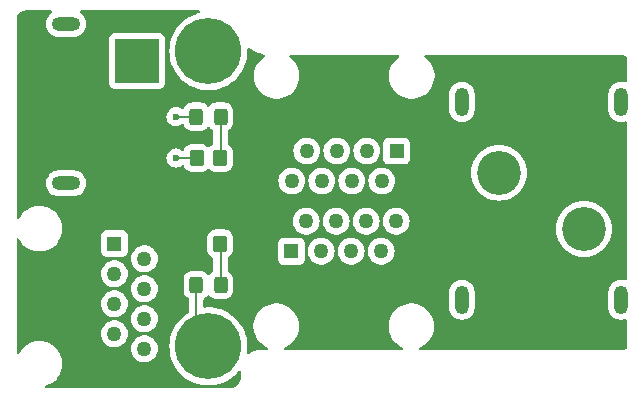
<source format=gbl>
%TF.GenerationSoftware,KiCad,Pcbnew,8.0.1-8.0.1-1~ubuntu22.04.1*%
%TF.CreationDate,2024-04-16T22:31:08-04:00*%
%TF.ProjectId,rocker_splitter,726f636b-6572-45f7-9370-6c6974746572,rev?*%
%TF.SameCoordinates,Original*%
%TF.FileFunction,Copper,L4,Bot*%
%TF.FilePolarity,Positive*%
%FSLAX46Y46*%
G04 Gerber Fmt 4.6, Leading zero omitted, Abs format (unit mm)*
G04 Created by KiCad (PCBNEW 8.0.1-8.0.1-1~ubuntu22.04.1) date 2024-04-16 22:31:08*
%MOMM*%
%LPD*%
G01*
G04 APERTURE LIST*
G04 Aperture macros list*
%AMRoundRect*
0 Rectangle with rounded corners*
0 $1 Rounding radius*
0 $2 $3 $4 $5 $6 $7 $8 $9 X,Y pos of 4 corners*
0 Add a 4 corners polygon primitive as box body*
4,1,4,$2,$3,$4,$5,$6,$7,$8,$9,$2,$3,0*
0 Add four circle primitives for the rounded corners*
1,1,$1+$1,$2,$3*
1,1,$1+$1,$4,$5*
1,1,$1+$1,$6,$7*
1,1,$1+$1,$8,$9*
0 Add four rect primitives between the rounded corners*
20,1,$1+$1,$2,$3,$4,$5,0*
20,1,$1+$1,$4,$5,$6,$7,0*
20,1,$1+$1,$6,$7,$8,$9,0*
20,1,$1+$1,$8,$9,$2,$3,0*%
G04 Aperture macros list end*
%TA.AperFunction,ComponentPad*%
%ADD10O,2.400000X1.200000*%
%TD*%
%TA.AperFunction,ComponentPad*%
%ADD11R,3.716000X3.716000*%
%TD*%
%TA.AperFunction,ComponentPad*%
%ADD12C,3.716000*%
%TD*%
%TA.AperFunction,ComponentPad*%
%ADD13O,1.200000X2.400000*%
%TD*%
%TA.AperFunction,ComponentPad*%
%ADD14C,3.600000*%
%TD*%
%TA.AperFunction,ConnectorPad*%
%ADD15C,5.600000*%
%TD*%
%TA.AperFunction,SMDPad,CuDef*%
%ADD16RoundRect,0.250000X-0.350000X-0.450000X0.350000X-0.450000X0.350000X0.450000X-0.350000X0.450000X0*%
%TD*%
%TA.AperFunction,ComponentPad*%
%ADD17R,1.268000X1.268000*%
%TD*%
%TA.AperFunction,ComponentPad*%
%ADD18C,1.268000*%
%TD*%
%TA.AperFunction,SMDPad,CuDef*%
%ADD19RoundRect,0.250000X-0.325000X-0.450000X0.325000X-0.450000X0.325000X0.450000X-0.325000X0.450000X0*%
%TD*%
%TA.AperFunction,ViaPad*%
%ADD20C,0.600000*%
%TD*%
%TA.AperFunction,Conductor*%
%ADD21C,0.200000*%
%TD*%
G04 APERTURE END LIST*
D10*
%TO.P,P_IN_1,2*%
%TO.N,GND*%
X43342500Y-30795000D03*
X43342500Y-44295000D03*
D11*
%TO.P,P_IN_1,1,+*%
X49342500Y-33945000D03*
D12*
%TO.P,P_IN_1,2,-*%
%TO.N,+24V*%
X49342500Y-41145000D03*
%TD*%
%TO.P,P_OUT_1,2,-*%
%TO.N,GND*%
X79995000Y-43395000D03*
D11*
%TO.P,P_OUT_1,1,+*%
%TO.N,+24V*%
X87195000Y-43395000D03*
D13*
%TO.P,P_OUT_1,2*%
%TO.N,GND*%
X76845000Y-37395000D03*
X90345000Y-37395000D03*
%TD*%
D12*
%TO.P,P_OUT_2,2,-*%
%TO.N,GND*%
X87195000Y-48145000D03*
D11*
%TO.P,P_OUT_2,1,+*%
%TO.N,+24V*%
X79995000Y-48145000D03*
D13*
%TO.P,P_OUT_2,2*%
%TO.N,GND*%
X90345000Y-54145000D03*
X76845000Y-54145000D03*
%TD*%
D14*
%TO.P,H2,1,1*%
%TO.N,GND*%
X55395000Y-58095000D03*
D15*
X55395000Y-58095000D03*
%TD*%
D14*
%TO.P,H1,1,1*%
%TO.N,GND*%
X55395000Y-33095000D03*
D15*
X55395000Y-33095000D03*
%TD*%
D16*
%TO.P,R2,2*%
%TO.N,Net-(D2-A)*%
X56397500Y-49395000D03*
%TO.P,R2,1*%
%TO.N,+24V*%
X54397500Y-49395000D03*
%TD*%
D17*
%TO.P,D_IN_1,1*%
%TO.N,CANH*%
X47442500Y-49395000D03*
D18*
%TO.P,D_IN_1,2*%
%TO.N,CANL*%
X49982500Y-50665000D03*
%TO.P,D_IN_1,3*%
%TO.N,unconnected-(D_IN_1-Pad3)*%
X47442500Y-51935000D03*
%TO.P,D_IN_1,4*%
%TO.N,unconnected-(D_IN_1-Pad4)*%
X49982500Y-53205000D03*
%TO.P,D_IN_1,5*%
%TO.N,unconnected-(D_IN_1-Pad5)*%
X47442500Y-54475000D03*
%TO.P,D_IN_1,6*%
%TO.N,unconnected-(D_IN_1-Pad6)*%
X49982500Y-55745000D03*
%TO.P,D_IN_1,7*%
%TO.N,+5V*%
X47442500Y-57015000D03*
%TO.P,D_IN_1,8*%
%TO.N,GND*%
X49982500Y-58285000D03*
%TD*%
D19*
%TO.P,D2,2,A*%
%TO.N,Net-(D2-A)*%
X56422500Y-52895000D03*
%TO.P,D2,1,K*%
%TO.N,GND*%
X54372500Y-52895000D03*
%TD*%
D17*
%TO.P,D_OUT_1,1*%
%TO.N,CANH*%
X71342500Y-41545000D03*
D18*
%TO.P,D_OUT_1,2*%
%TO.N,CANL*%
X70072500Y-44085000D03*
%TO.P,D_OUT_1,3*%
%TO.N,unconnected-(D_OUT_1-Pad3)*%
X68802500Y-41545000D03*
%TO.P,D_OUT_1,4*%
%TO.N,unconnected-(D_OUT_1-Pad4)*%
X67532500Y-44085000D03*
%TO.P,D_OUT_1,5*%
%TO.N,unconnected-(D_OUT_1-Pad5)*%
X66262500Y-41545000D03*
%TO.P,D_OUT_1,6*%
%TO.N,unconnected-(D_OUT_1-Pad6)*%
X64992500Y-44085000D03*
%TO.P,D_OUT_1,7*%
%TO.N,+5V*%
X63722500Y-41545000D03*
%TO.P,D_OUT_1,8*%
%TO.N,GND*%
X62452500Y-44085000D03*
%TD*%
D17*
%TO.P,D_OUT_2,1*%
%TO.N,CANH*%
X62407500Y-50035000D03*
D18*
%TO.P,D_OUT_2,2*%
%TO.N,CANL*%
X63677500Y-47495000D03*
%TO.P,D_OUT_2,3*%
%TO.N,unconnected-(D_OUT_2-Pad3)*%
X64947500Y-50035000D03*
%TO.P,D_OUT_2,4*%
%TO.N,unconnected-(D_OUT_2-Pad4)*%
X66217500Y-47495000D03*
%TO.P,D_OUT_2,5*%
%TO.N,unconnected-(D_OUT_2-Pad5)*%
X67487500Y-50035000D03*
%TO.P,D_OUT_2,6*%
%TO.N,unconnected-(D_OUT_2-Pad6)*%
X68757500Y-47495000D03*
%TO.P,D_OUT_2,7*%
%TO.N,+5V*%
X70027500Y-50035000D03*
%TO.P,D_OUT_2,8*%
%TO.N,GND*%
X71297500Y-47495000D03*
%TD*%
D16*
%TO.P,R1,1*%
%TO.N,+5V*%
X54397500Y-42145000D03*
%TO.P,R1,2*%
%TO.N,Net-(D1-A)*%
X56397500Y-42145000D03*
%TD*%
D19*
%TO.P,D1,2,A*%
%TO.N,Net-(D1-A)*%
X56422500Y-38645000D03*
%TO.P,D1,1,K*%
%TO.N,GND*%
X54372500Y-38645000D03*
%TD*%
D20*
%TO.N,+5V*%
X52647500Y-42145000D03*
%TO.N,GND*%
X52647500Y-38645000D03*
%TD*%
D21*
%TO.N,Net-(D1-A)*%
X56422500Y-38645000D02*
X56422500Y-42120000D01*
X56422500Y-42120000D02*
X56397500Y-42145000D01*
%TO.N,GND*%
X54372500Y-52895000D02*
X54372500Y-57072500D01*
X54372500Y-57072500D02*
X55395000Y-58095000D01*
%TO.N,Net-(D2-A)*%
X56422500Y-52895000D02*
X56422500Y-49420000D01*
X56422500Y-49420000D02*
X56397500Y-49395000D01*
%TO.N,+5V*%
X52647500Y-42145000D02*
X54397500Y-42145000D01*
%TO.N,GND*%
X52647500Y-38645000D02*
X54372500Y-38645000D01*
%TD*%
%TA.AperFunction,Conductor*%
%TO.N,+24V*%
G36*
X42137774Y-29665185D02*
G01*
X42183529Y-29717989D01*
X42193473Y-29787147D01*
X42164448Y-29850703D01*
X42143621Y-29869818D01*
X42025570Y-29955587D01*
X41903088Y-30078069D01*
X41903088Y-30078070D01*
X41903086Y-30078072D01*
X41881212Y-30108179D01*
X41801268Y-30218211D01*
X41722628Y-30372552D01*
X41669097Y-30537302D01*
X41642000Y-30708389D01*
X41642000Y-30881610D01*
X41660578Y-30998912D01*
X41669098Y-31052701D01*
X41722627Y-31217445D01*
X41801268Y-31371788D01*
X41903086Y-31511928D01*
X42025572Y-31634414D01*
X42165712Y-31736232D01*
X42320055Y-31814873D01*
X42484799Y-31868402D01*
X42655889Y-31895500D01*
X42655890Y-31895500D01*
X44029110Y-31895500D01*
X44029111Y-31895500D01*
X44200201Y-31868402D01*
X44364945Y-31814873D01*
X44519288Y-31736232D01*
X44659428Y-31634414D01*
X44781914Y-31511928D01*
X44883732Y-31371788D01*
X44962373Y-31217445D01*
X45015902Y-31052701D01*
X45043000Y-30881611D01*
X45043000Y-30708389D01*
X45015902Y-30537299D01*
X44962373Y-30372555D01*
X44883732Y-30218212D01*
X44781914Y-30078072D01*
X44659428Y-29955586D01*
X44541379Y-29869818D01*
X44498714Y-29814487D01*
X44492735Y-29744874D01*
X44525341Y-29683079D01*
X44586180Y-29648722D01*
X44614265Y-29645500D01*
X54572799Y-29645500D01*
X54639838Y-29665185D01*
X54685593Y-29717989D01*
X54695537Y-29787147D01*
X54666512Y-29850703D01*
X54607734Y-29888477D01*
X54599455Y-29890601D01*
X54510726Y-29910131D01*
X54254970Y-29996306D01*
X54171565Y-30024409D01*
X54171563Y-30024410D01*
X54171552Y-30024414D01*
X53846755Y-30174680D01*
X53846751Y-30174682D01*
X53743024Y-30237093D01*
X53540081Y-30359200D01*
X53522517Y-30372552D01*
X53255172Y-30575781D01*
X53255163Y-30575789D01*
X52995331Y-30821914D01*
X52763641Y-31094680D01*
X52763634Y-31094690D01*
X52562790Y-31390913D01*
X52562784Y-31390922D01*
X52395151Y-31707111D01*
X52395142Y-31707129D01*
X52262674Y-32039600D01*
X52262672Y-32039607D01*
X52166932Y-32384434D01*
X52166926Y-32384460D01*
X52109029Y-32737614D01*
X52109028Y-32737627D01*
X52109028Y-32737629D01*
X52089652Y-33095000D01*
X52107857Y-33430781D01*
X52109028Y-33452368D01*
X52109029Y-33452385D01*
X52166926Y-33805539D01*
X52166932Y-33805565D01*
X52262672Y-34150392D01*
X52262674Y-34150399D01*
X52395142Y-34482870D01*
X52395151Y-34482888D01*
X52562784Y-34799077D01*
X52562787Y-34799082D01*
X52562789Y-34799085D01*
X52745661Y-35068802D01*
X52763634Y-35095309D01*
X52763641Y-35095319D01*
X52955504Y-35321197D01*
X52995332Y-35368086D01*
X53255163Y-35614211D01*
X53540081Y-35830800D01*
X53846747Y-36015315D01*
X53846749Y-36015316D01*
X53846751Y-36015317D01*
X53846755Y-36015319D01*
X54171552Y-36165585D01*
X54171565Y-36165591D01*
X54510726Y-36279868D01*
X54860254Y-36356805D01*
X55216052Y-36395500D01*
X55216058Y-36395500D01*
X55573942Y-36395500D01*
X55573948Y-36395500D01*
X55929746Y-36356805D01*
X56279274Y-36279868D01*
X56618435Y-36165591D01*
X56943253Y-36015315D01*
X57249919Y-35830800D01*
X57534837Y-35614211D01*
X57794668Y-35368086D01*
X58026365Y-35095311D01*
X58227211Y-34799085D01*
X58394853Y-34482880D01*
X58527324Y-34150403D01*
X58623071Y-33805552D01*
X58651174Y-33634133D01*
X58680970Y-33452385D01*
X58680970Y-33452382D01*
X58680972Y-33452371D01*
X58700348Y-33095000D01*
X58690959Y-32921840D01*
X58706985Y-32853836D01*
X58757234Y-32805289D01*
X58825753Y-32791616D01*
X58890787Y-32817157D01*
X58897004Y-32822313D01*
X58987158Y-32902182D01*
X59007038Y-32919794D01*
X59231103Y-33074456D01*
X59472178Y-33200981D01*
X59613396Y-33254538D01*
X59726740Y-33297524D01*
X59726742Y-33297524D01*
X59726746Y-33297526D01*
X59991095Y-33362682D01*
X60048236Y-33369620D01*
X60112411Y-33397240D01*
X60151468Y-33455174D01*
X60153003Y-33525027D01*
X60116530Y-33584621D01*
X60108774Y-33591090D01*
X59909205Y-33744227D01*
X59730727Y-33922705D01*
X59577068Y-34122954D01*
X59577066Y-34122958D01*
X59450872Y-34341535D01*
X59450863Y-34341552D01*
X59354273Y-34574741D01*
X59288946Y-34818548D01*
X59256000Y-35068788D01*
X59256000Y-35321211D01*
X59288946Y-35571451D01*
X59354273Y-35815258D01*
X59450863Y-36048447D01*
X59450872Y-36048464D01*
X59577066Y-36267041D01*
X59577068Y-36267045D01*
X59730727Y-36467294D01*
X59730735Y-36467303D01*
X59909197Y-36645765D01*
X59909205Y-36645772D01*
X60109454Y-36799431D01*
X60109458Y-36799433D01*
X60328035Y-36925627D01*
X60328052Y-36925636D01*
X60457258Y-36979154D01*
X60561240Y-37022226D01*
X60805048Y-37087554D01*
X61055296Y-37120500D01*
X61055303Y-37120500D01*
X61307697Y-37120500D01*
X61307704Y-37120500D01*
X61557952Y-37087554D01*
X61801760Y-37022226D01*
X62034954Y-36925633D01*
X62253541Y-36799433D01*
X62253545Y-36799431D01*
X62291342Y-36770427D01*
X62453794Y-36645773D01*
X62453798Y-36645768D01*
X62453803Y-36645765D01*
X62632265Y-36467303D01*
X62632268Y-36467298D01*
X62632273Y-36467294D01*
X62757959Y-36303498D01*
X62785931Y-36267045D01*
X62785933Y-36267041D01*
X62827997Y-36194182D01*
X62912133Y-36048454D01*
X63008726Y-35815260D01*
X63074054Y-35571452D01*
X63107000Y-35321204D01*
X63107000Y-35068796D01*
X63074054Y-34818548D01*
X63008726Y-34574740D01*
X62956864Y-34449535D01*
X62912136Y-34341552D01*
X62912127Y-34341535D01*
X62785933Y-34122958D01*
X62785931Y-34122954D01*
X62632272Y-33922705D01*
X62632265Y-33922697D01*
X62453803Y-33744235D01*
X62453794Y-33744227D01*
X62289131Y-33617875D01*
X62247929Y-33561447D01*
X62243774Y-33491701D01*
X62277987Y-33430781D01*
X62339704Y-33398029D01*
X62364618Y-33395500D01*
X71430382Y-33395500D01*
X71497421Y-33415185D01*
X71543176Y-33467989D01*
X71553120Y-33537147D01*
X71524095Y-33600703D01*
X71505869Y-33617875D01*
X71341205Y-33744227D01*
X71162727Y-33922705D01*
X71009068Y-34122954D01*
X71009066Y-34122958D01*
X70882872Y-34341535D01*
X70882863Y-34341552D01*
X70786273Y-34574741D01*
X70720946Y-34818548D01*
X70688000Y-35068788D01*
X70688000Y-35321211D01*
X70720946Y-35571451D01*
X70786273Y-35815258D01*
X70882863Y-36048447D01*
X70882872Y-36048464D01*
X71009066Y-36267041D01*
X71009068Y-36267045D01*
X71162727Y-36467294D01*
X71162735Y-36467303D01*
X71341197Y-36645765D01*
X71341205Y-36645772D01*
X71541454Y-36799431D01*
X71541458Y-36799433D01*
X71760035Y-36925627D01*
X71760052Y-36925636D01*
X71889258Y-36979154D01*
X71993240Y-37022226D01*
X72237048Y-37087554D01*
X72487296Y-37120500D01*
X72487303Y-37120500D01*
X72739697Y-37120500D01*
X72739704Y-37120500D01*
X72989952Y-37087554D01*
X73233760Y-37022226D01*
X73466954Y-36925633D01*
X73685541Y-36799433D01*
X73685545Y-36799431D01*
X73723342Y-36770427D01*
X73885794Y-36645773D01*
X73885798Y-36645768D01*
X73885803Y-36645765D01*
X74064265Y-36467303D01*
X74064268Y-36467298D01*
X74064273Y-36467294D01*
X74189959Y-36303498D01*
X74217931Y-36267045D01*
X74217933Y-36267041D01*
X74259997Y-36194182D01*
X74344133Y-36048454D01*
X74440726Y-35815260D01*
X74506054Y-35571452D01*
X74539000Y-35321204D01*
X74539000Y-35068796D01*
X74506054Y-34818548D01*
X74440726Y-34574740D01*
X74388864Y-34449535D01*
X74344136Y-34341552D01*
X74344127Y-34341535D01*
X74217933Y-34122958D01*
X74217931Y-34122954D01*
X74064272Y-33922705D01*
X74064265Y-33922697D01*
X73885803Y-33744235D01*
X73885794Y-33744227D01*
X73721131Y-33617875D01*
X73679929Y-33561447D01*
X73675774Y-33491701D01*
X73709987Y-33430781D01*
X73771704Y-33398029D01*
X73796618Y-33395500D01*
X90081608Y-33395500D01*
X90142625Y-33395500D01*
X90152353Y-33395882D01*
X90204688Y-33400000D01*
X90333236Y-33410117D01*
X90352452Y-33413160D01*
X90524129Y-33454377D01*
X90542634Y-33460390D01*
X90705744Y-33527952D01*
X90723079Y-33536785D01*
X90763325Y-33561447D01*
X90783288Y-33573680D01*
X90830164Y-33625491D01*
X90842500Y-33679408D01*
X90842500Y-35628842D01*
X90822815Y-35695881D01*
X90770011Y-35741636D01*
X90700853Y-35751580D01*
X90680182Y-35746773D01*
X90602698Y-35721597D01*
X90440330Y-35695881D01*
X90431611Y-35694500D01*
X90258389Y-35694500D01*
X90249670Y-35695881D01*
X90087302Y-35721597D01*
X89922552Y-35775128D01*
X89768211Y-35853768D01*
X89690152Y-35910482D01*
X89628072Y-35955586D01*
X89628070Y-35955588D01*
X89628069Y-35955588D01*
X89505588Y-36078069D01*
X89505588Y-36078070D01*
X89505586Y-36078072D01*
X89461859Y-36138256D01*
X89403768Y-36218211D01*
X89325128Y-36372552D01*
X89271597Y-36537302D01*
X89244500Y-36708389D01*
X89244500Y-38081610D01*
X89254539Y-38144998D01*
X89271598Y-38252701D01*
X89325127Y-38417445D01*
X89403768Y-38571788D01*
X89505586Y-38711928D01*
X89628072Y-38834414D01*
X89768212Y-38936232D01*
X89922555Y-39014873D01*
X90087299Y-39068402D01*
X90258389Y-39095500D01*
X90258390Y-39095500D01*
X90431610Y-39095500D01*
X90431611Y-39095500D01*
X90602701Y-39068402D01*
X90680184Y-39043225D01*
X90750022Y-39041231D01*
X90809855Y-39077311D01*
X90840684Y-39140012D01*
X90842500Y-39161157D01*
X90842500Y-52378842D01*
X90822815Y-52445881D01*
X90770011Y-52491636D01*
X90700853Y-52501580D01*
X90680182Y-52496773D01*
X90602698Y-52471597D01*
X90440330Y-52445881D01*
X90431611Y-52444500D01*
X90258389Y-52444500D01*
X90249670Y-52445881D01*
X90087302Y-52471597D01*
X89922552Y-52525128D01*
X89768211Y-52603768D01*
X89688256Y-52661859D01*
X89628072Y-52705586D01*
X89628070Y-52705588D01*
X89628069Y-52705588D01*
X89505588Y-52828069D01*
X89505588Y-52828070D01*
X89505586Y-52828072D01*
X89461859Y-52888256D01*
X89403768Y-52968211D01*
X89325128Y-53122552D01*
X89271597Y-53287302D01*
X89244500Y-53458389D01*
X89244500Y-54831610D01*
X89267593Y-54977418D01*
X89271598Y-55002701D01*
X89325127Y-55167445D01*
X89403768Y-55321788D01*
X89505586Y-55461928D01*
X89628072Y-55584414D01*
X89768212Y-55686232D01*
X89922555Y-55764873D01*
X90087299Y-55818402D01*
X90258389Y-55845500D01*
X90258390Y-55845500D01*
X90431610Y-55845500D01*
X90431611Y-55845500D01*
X90602701Y-55818402D01*
X90680184Y-55793225D01*
X90750022Y-55791231D01*
X90809855Y-55827311D01*
X90840684Y-55890012D01*
X90842500Y-55911157D01*
X90842500Y-58207125D01*
X90822815Y-58274164D01*
X90770904Y-58319507D01*
X90749180Y-58329637D01*
X90728869Y-58337030D01*
X90581538Y-58376507D01*
X90560253Y-58380260D01*
X90402895Y-58394028D01*
X90392087Y-58394500D01*
X73372101Y-58394500D01*
X73305062Y-58374815D01*
X73259307Y-58322011D01*
X73249363Y-58252853D01*
X73278388Y-58189297D01*
X73324648Y-58155939D01*
X73421947Y-58115636D01*
X73421947Y-58115635D01*
X73421954Y-58115633D01*
X73640541Y-57989433D01*
X73640545Y-57989431D01*
X73689891Y-57951566D01*
X73840794Y-57835773D01*
X73840798Y-57835768D01*
X73840803Y-57835765D01*
X74019265Y-57657303D01*
X74019268Y-57657298D01*
X74019273Y-57657294D01*
X74172930Y-57457046D01*
X74299133Y-57238454D01*
X74395726Y-57005260D01*
X74461054Y-56761452D01*
X74494000Y-56511204D01*
X74494000Y-56258796D01*
X74461054Y-56008548D01*
X74395726Y-55764740D01*
X74321031Y-55584411D01*
X74299136Y-55531552D01*
X74299127Y-55531535D01*
X74172933Y-55312958D01*
X74172931Y-55312954D01*
X74044210Y-55145204D01*
X74019273Y-55112706D01*
X74019272Y-55112705D01*
X74019265Y-55112697D01*
X73840803Y-54934235D01*
X73840794Y-54934227D01*
X73707063Y-54831610D01*
X75744500Y-54831610D01*
X75767593Y-54977418D01*
X75771598Y-55002701D01*
X75825127Y-55167445D01*
X75903768Y-55321788D01*
X76005586Y-55461928D01*
X76128072Y-55584414D01*
X76268212Y-55686232D01*
X76422555Y-55764873D01*
X76587299Y-55818402D01*
X76758389Y-55845500D01*
X76758390Y-55845500D01*
X76931610Y-55845500D01*
X76931611Y-55845500D01*
X77102701Y-55818402D01*
X77267445Y-55764873D01*
X77421788Y-55686232D01*
X77561928Y-55584414D01*
X77684414Y-55461928D01*
X77786232Y-55321788D01*
X77864873Y-55167445D01*
X77918402Y-55002701D01*
X77945500Y-54831611D01*
X77945500Y-53458389D01*
X77918402Y-53287299D01*
X77864873Y-53122555D01*
X77786232Y-52968212D01*
X77684414Y-52828072D01*
X77561928Y-52705586D01*
X77421788Y-52603768D01*
X77267445Y-52525127D01*
X77102701Y-52471598D01*
X77102699Y-52471597D01*
X77102698Y-52471597D01*
X76940330Y-52445881D01*
X76931611Y-52444500D01*
X76758389Y-52444500D01*
X76749670Y-52445881D01*
X76587302Y-52471597D01*
X76422552Y-52525128D01*
X76268211Y-52603768D01*
X76188256Y-52661859D01*
X76128072Y-52705586D01*
X76128070Y-52705588D01*
X76128069Y-52705588D01*
X76005588Y-52828069D01*
X76005588Y-52828070D01*
X76005586Y-52828072D01*
X75961859Y-52888256D01*
X75903768Y-52968211D01*
X75825128Y-53122552D01*
X75771597Y-53287302D01*
X75744500Y-53458389D01*
X75744500Y-54831610D01*
X73707063Y-54831610D01*
X73640545Y-54780568D01*
X73640541Y-54780566D01*
X73421964Y-54654372D01*
X73421947Y-54654363D01*
X73188758Y-54557773D01*
X73034190Y-54516357D01*
X72944952Y-54492446D01*
X72913671Y-54488327D01*
X72694711Y-54459500D01*
X72694704Y-54459500D01*
X72442296Y-54459500D01*
X72442288Y-54459500D01*
X72192048Y-54492446D01*
X71948241Y-54557773D01*
X71715052Y-54654363D01*
X71715035Y-54654372D01*
X71496458Y-54780566D01*
X71496454Y-54780568D01*
X71296205Y-54934227D01*
X71117727Y-55112705D01*
X70964068Y-55312954D01*
X70964066Y-55312958D01*
X70837872Y-55531535D01*
X70837863Y-55531552D01*
X70741273Y-55764741D01*
X70675946Y-56008548D01*
X70643000Y-56258788D01*
X70643000Y-56511211D01*
X70661830Y-56654230D01*
X70675946Y-56761452D01*
X70687787Y-56805643D01*
X70741273Y-57005258D01*
X70837863Y-57238447D01*
X70837872Y-57238464D01*
X70964066Y-57457041D01*
X70964068Y-57457045D01*
X71117727Y-57657294D01*
X71117735Y-57657303D01*
X71296197Y-57835765D01*
X71296205Y-57835772D01*
X71496454Y-57989431D01*
X71496458Y-57989433D01*
X71715035Y-58115627D01*
X71715052Y-58115636D01*
X71812352Y-58155939D01*
X71866755Y-58199780D01*
X71888820Y-58266074D01*
X71871541Y-58333774D01*
X71820403Y-58381384D01*
X71764899Y-58394500D01*
X61940101Y-58394500D01*
X61873062Y-58374815D01*
X61827307Y-58322011D01*
X61817363Y-58252853D01*
X61846388Y-58189297D01*
X61892648Y-58155939D01*
X61989947Y-58115636D01*
X61989947Y-58115635D01*
X61989954Y-58115633D01*
X62208541Y-57989433D01*
X62208545Y-57989431D01*
X62257891Y-57951566D01*
X62408794Y-57835773D01*
X62408798Y-57835768D01*
X62408803Y-57835765D01*
X62587265Y-57657303D01*
X62587268Y-57657298D01*
X62587273Y-57657294D01*
X62740930Y-57457046D01*
X62867133Y-57238454D01*
X62963726Y-57005260D01*
X63029054Y-56761452D01*
X63062000Y-56511204D01*
X63062000Y-56258796D01*
X63029054Y-56008548D01*
X62963726Y-55764740D01*
X62889031Y-55584411D01*
X62867136Y-55531552D01*
X62867127Y-55531535D01*
X62740933Y-55312958D01*
X62740931Y-55312954D01*
X62612210Y-55145204D01*
X62587273Y-55112706D01*
X62587272Y-55112705D01*
X62587265Y-55112697D01*
X62408803Y-54934235D01*
X62408794Y-54934227D01*
X62208545Y-54780568D01*
X62208541Y-54780566D01*
X61989964Y-54654372D01*
X61989947Y-54654363D01*
X61756758Y-54557773D01*
X61602190Y-54516357D01*
X61512952Y-54492446D01*
X61481671Y-54488327D01*
X61262711Y-54459500D01*
X61262704Y-54459500D01*
X61010296Y-54459500D01*
X61010288Y-54459500D01*
X60760048Y-54492446D01*
X60516241Y-54557773D01*
X60283052Y-54654363D01*
X60283035Y-54654372D01*
X60064458Y-54780566D01*
X60064454Y-54780568D01*
X59864205Y-54934227D01*
X59685727Y-55112705D01*
X59532068Y-55312954D01*
X59532066Y-55312958D01*
X59405872Y-55531535D01*
X59405863Y-55531552D01*
X59309273Y-55764741D01*
X59243946Y-56008548D01*
X59211000Y-56258788D01*
X59211000Y-56511211D01*
X59229830Y-56654230D01*
X59243946Y-56761452D01*
X59255787Y-56805643D01*
X59309273Y-57005258D01*
X59405863Y-57238447D01*
X59405872Y-57238464D01*
X59532066Y-57457041D01*
X59532068Y-57457045D01*
X59685727Y-57657294D01*
X59685735Y-57657303D01*
X59864197Y-57835765D01*
X59864205Y-57835772D01*
X60064454Y-57989431D01*
X60064458Y-57989433D01*
X60283035Y-58115627D01*
X60283052Y-58115636D01*
X60380352Y-58155939D01*
X60434755Y-58199780D01*
X60456820Y-58266074D01*
X60439541Y-58333774D01*
X60388403Y-58381384D01*
X60332899Y-58394500D01*
X59963392Y-58394500D01*
X59897500Y-58394500D01*
X59772302Y-58394500D01*
X59736667Y-58399623D01*
X59524455Y-58430135D01*
X59524451Y-58430136D01*
X59284208Y-58500676D01*
X59284202Y-58500678D01*
X59056438Y-58604695D01*
X59056430Y-58604699D01*
X58843344Y-58741641D01*
X58776304Y-58761325D01*
X58709265Y-58741640D01*
X58663510Y-58688836D01*
X58653567Y-58619677D01*
X58653939Y-58617264D01*
X58680970Y-58452385D01*
X58680970Y-58452382D01*
X58680972Y-58452371D01*
X58700348Y-58095000D01*
X58699298Y-58075643D01*
X58697868Y-58049266D01*
X58680972Y-57737629D01*
X58680844Y-57736849D01*
X58623073Y-57384460D01*
X58623072Y-57384459D01*
X58623071Y-57384448D01*
X58527324Y-57039597D01*
X58469512Y-56894500D01*
X58394857Y-56707129D01*
X58394848Y-56707111D01*
X58227215Y-56390922D01*
X58227213Y-56390919D01*
X58227211Y-56390915D01*
X58026365Y-56094689D01*
X58026361Y-56094684D01*
X58026358Y-56094680D01*
X57794668Y-55821914D01*
X57762276Y-55791231D01*
X57534837Y-55575789D01*
X57534830Y-55575783D01*
X57534827Y-55575781D01*
X57428442Y-55494910D01*
X57249919Y-55359200D01*
X56943253Y-55174685D01*
X56943252Y-55174684D01*
X56943248Y-55174682D01*
X56943244Y-55174680D01*
X56618447Y-55024414D01*
X56618441Y-55024411D01*
X56618435Y-55024409D01*
X56448854Y-54967270D01*
X56279273Y-54910131D01*
X55929744Y-54833194D01*
X55573949Y-54794500D01*
X55573948Y-54794500D01*
X55216052Y-54794500D01*
X55216048Y-54794500D01*
X55110406Y-54805989D01*
X55041631Y-54793668D01*
X54990436Y-54746120D01*
X54973000Y-54682716D01*
X54973000Y-54126057D01*
X54992685Y-54059018D01*
X55031901Y-54020520D01*
X55166156Y-53937712D01*
X55290212Y-53813656D01*
X55291961Y-53810819D01*
X55293669Y-53809283D01*
X55294693Y-53807989D01*
X55294914Y-53808163D01*
X55343906Y-53764096D01*
X55412868Y-53752872D01*
X55476951Y-53780713D01*
X55503037Y-53810817D01*
X55504788Y-53813656D01*
X55628844Y-53937712D01*
X55778166Y-54029814D01*
X55944703Y-54084999D01*
X56047491Y-54095500D01*
X56797508Y-54095499D01*
X56797516Y-54095498D01*
X56797519Y-54095498D01*
X56853802Y-54089748D01*
X56900297Y-54084999D01*
X57066834Y-54029814D01*
X57216156Y-53937712D01*
X57340212Y-53813656D01*
X57432314Y-53664334D01*
X57487499Y-53497797D01*
X57498000Y-53395009D01*
X57497999Y-52394992D01*
X57487499Y-52292203D01*
X57432314Y-52125666D01*
X57340212Y-51976344D01*
X57216156Y-51852288D01*
X57081902Y-51769480D01*
X57035179Y-51717533D01*
X57023000Y-51663942D01*
X57023000Y-50716870D01*
X61273000Y-50716870D01*
X61273001Y-50716876D01*
X61279408Y-50776483D01*
X61329702Y-50911328D01*
X61329706Y-50911335D01*
X61415952Y-51026544D01*
X61415955Y-51026547D01*
X61531164Y-51112793D01*
X61531171Y-51112797D01*
X61666017Y-51163091D01*
X61666016Y-51163091D01*
X61672944Y-51163835D01*
X61725627Y-51169500D01*
X63089372Y-51169499D01*
X63148983Y-51163091D01*
X63283831Y-51112796D01*
X63399046Y-51026546D01*
X63485296Y-50911331D01*
X63535591Y-50776483D01*
X63542000Y-50716873D01*
X63541999Y-50035000D01*
X63808140Y-50035000D01*
X63827539Y-50244352D01*
X63827539Y-50244354D01*
X63827540Y-50244357D01*
X63867996Y-50386546D01*
X63885079Y-50446587D01*
X63978793Y-50634790D01*
X63978798Y-50634798D01*
X64105504Y-50802584D01*
X64260881Y-50944228D01*
X64260883Y-50944230D01*
X64336175Y-50990848D01*
X64439644Y-51054913D01*
X64635699Y-51130866D01*
X64842373Y-51169500D01*
X64842375Y-51169500D01*
X65052625Y-51169500D01*
X65052627Y-51169500D01*
X65259301Y-51130866D01*
X65455356Y-51054913D01*
X65634118Y-50944229D01*
X65789497Y-50802582D01*
X65916203Y-50634796D01*
X66009922Y-50446584D01*
X66067460Y-50244357D01*
X66086860Y-50035000D01*
X66348140Y-50035000D01*
X66367539Y-50244352D01*
X66367539Y-50244354D01*
X66367540Y-50244357D01*
X66407996Y-50386546D01*
X66425079Y-50446587D01*
X66518793Y-50634790D01*
X66518798Y-50634798D01*
X66645504Y-50802584D01*
X66800881Y-50944228D01*
X66800883Y-50944230D01*
X66876175Y-50990848D01*
X66979644Y-51054913D01*
X67175699Y-51130866D01*
X67382373Y-51169500D01*
X67382375Y-51169500D01*
X67592625Y-51169500D01*
X67592627Y-51169500D01*
X67799301Y-51130866D01*
X67995356Y-51054913D01*
X68174118Y-50944229D01*
X68329497Y-50802582D01*
X68456203Y-50634796D01*
X68549922Y-50446584D01*
X68607460Y-50244357D01*
X68626860Y-50035000D01*
X68888140Y-50035000D01*
X68907539Y-50244352D01*
X68907539Y-50244354D01*
X68907540Y-50244357D01*
X68947996Y-50386546D01*
X68965079Y-50446587D01*
X69058793Y-50634790D01*
X69058798Y-50634798D01*
X69185504Y-50802584D01*
X69340881Y-50944228D01*
X69340883Y-50944230D01*
X69416175Y-50990848D01*
X69519644Y-51054913D01*
X69715699Y-51130866D01*
X69922373Y-51169500D01*
X69922375Y-51169500D01*
X70132625Y-51169500D01*
X70132627Y-51169500D01*
X70339301Y-51130866D01*
X70535356Y-51054913D01*
X70714118Y-50944229D01*
X70869497Y-50802582D01*
X70996203Y-50634796D01*
X71089922Y-50446584D01*
X71147460Y-50244357D01*
X71166860Y-50035000D01*
X71147460Y-49825643D01*
X71089922Y-49623416D01*
X71043655Y-49530500D01*
X70996206Y-49435209D01*
X70996201Y-49435201D01*
X70869495Y-49267415D01*
X70714118Y-49125771D01*
X70714116Y-49125769D01*
X70535359Y-49015089D01*
X70535356Y-49015087D01*
X70434684Y-48976086D01*
X70339301Y-48939134D01*
X70132627Y-48900500D01*
X69922373Y-48900500D01*
X69715699Y-48939134D01*
X69715696Y-48939134D01*
X69715696Y-48939135D01*
X69519643Y-49015087D01*
X69519640Y-49015089D01*
X69340883Y-49125769D01*
X69340881Y-49125771D01*
X69185504Y-49267415D01*
X69058798Y-49435201D01*
X69058793Y-49435209D01*
X68965079Y-49623412D01*
X68907539Y-49825647D01*
X68888140Y-50034999D01*
X68888140Y-50035000D01*
X68626860Y-50035000D01*
X68607460Y-49825643D01*
X68549922Y-49623416D01*
X68503655Y-49530500D01*
X68456206Y-49435209D01*
X68456201Y-49435201D01*
X68329495Y-49267415D01*
X68174118Y-49125771D01*
X68174116Y-49125769D01*
X67995359Y-49015089D01*
X67995356Y-49015087D01*
X67894684Y-48976086D01*
X67799301Y-48939134D01*
X67592627Y-48900500D01*
X67382373Y-48900500D01*
X67175699Y-48939134D01*
X67175696Y-48939134D01*
X67175696Y-48939135D01*
X66979643Y-49015087D01*
X66979640Y-49015089D01*
X66800883Y-49125769D01*
X66800881Y-49125771D01*
X66645504Y-49267415D01*
X66518798Y-49435201D01*
X66518793Y-49435209D01*
X66425079Y-49623412D01*
X66367539Y-49825647D01*
X66348140Y-50034999D01*
X66348140Y-50035000D01*
X66086860Y-50035000D01*
X66067460Y-49825643D01*
X66009922Y-49623416D01*
X65963655Y-49530500D01*
X65916206Y-49435209D01*
X65916201Y-49435201D01*
X65789495Y-49267415D01*
X65634118Y-49125771D01*
X65634116Y-49125769D01*
X65455359Y-49015089D01*
X65455356Y-49015087D01*
X65354684Y-48976086D01*
X65259301Y-48939134D01*
X65052627Y-48900500D01*
X64842373Y-48900500D01*
X64635699Y-48939134D01*
X64635696Y-48939134D01*
X64635696Y-48939135D01*
X64439643Y-49015087D01*
X64439640Y-49015089D01*
X64260883Y-49125769D01*
X64260881Y-49125771D01*
X64105504Y-49267415D01*
X63978798Y-49435201D01*
X63978793Y-49435209D01*
X63885079Y-49623412D01*
X63827539Y-49825647D01*
X63808140Y-50034999D01*
X63808140Y-50035000D01*
X63541999Y-50035000D01*
X63541999Y-49353128D01*
X63535591Y-49293517D01*
X63499237Y-49196048D01*
X63485297Y-49158671D01*
X63485293Y-49158664D01*
X63399047Y-49043455D01*
X63399044Y-49043452D01*
X63283835Y-48957206D01*
X63283828Y-48957202D01*
X63148982Y-48906908D01*
X63148983Y-48906908D01*
X63089383Y-48900501D01*
X63089381Y-48900500D01*
X63089373Y-48900500D01*
X63089364Y-48900500D01*
X61725629Y-48900500D01*
X61725623Y-48900501D01*
X61666016Y-48906908D01*
X61531171Y-48957202D01*
X61531164Y-48957206D01*
X61415955Y-49043452D01*
X61415952Y-49043455D01*
X61329706Y-49158664D01*
X61329702Y-49158671D01*
X61279408Y-49293517D01*
X61273001Y-49353116D01*
X61273001Y-49353123D01*
X61273000Y-49353135D01*
X61273000Y-50716870D01*
X57023000Y-50716870D01*
X57023000Y-50626057D01*
X57042685Y-50559018D01*
X57081901Y-50520520D01*
X57216156Y-50437712D01*
X57340212Y-50313656D01*
X57432314Y-50164334D01*
X57487499Y-49997797D01*
X57498000Y-49895009D01*
X57497999Y-48894992D01*
X57487499Y-48792203D01*
X57432314Y-48625666D01*
X57340212Y-48476344D01*
X57216156Y-48352288D01*
X57066834Y-48260186D01*
X56900297Y-48205001D01*
X56900295Y-48205000D01*
X56797510Y-48194500D01*
X55997498Y-48194500D01*
X55997480Y-48194501D01*
X55894703Y-48205000D01*
X55894700Y-48205001D01*
X55728168Y-48260185D01*
X55728163Y-48260187D01*
X55578842Y-48352289D01*
X55454789Y-48476342D01*
X55362687Y-48625663D01*
X55362685Y-48625668D01*
X55353457Y-48653516D01*
X55307501Y-48792203D01*
X55307501Y-48792204D01*
X55307500Y-48792204D01*
X55297000Y-48894983D01*
X55297000Y-49895001D01*
X55297001Y-49895019D01*
X55307500Y-49997796D01*
X55307501Y-49997799D01*
X55353457Y-50136482D01*
X55362686Y-50164334D01*
X55454788Y-50313656D01*
X55578844Y-50437712D01*
X55728166Y-50529814D01*
X55736998Y-50532740D01*
X55794444Y-50572508D01*
X55821271Y-50637022D01*
X55822000Y-50650448D01*
X55822000Y-51663942D01*
X55802315Y-51730981D01*
X55763098Y-51769479D01*
X55676709Y-51822764D01*
X55628842Y-51852289D01*
X55504785Y-51976346D01*
X55503037Y-51979182D01*
X55501329Y-51980717D01*
X55500307Y-51982011D01*
X55500085Y-51981836D01*
X55451089Y-52025905D01*
X55382126Y-52037126D01*
X55318044Y-52009282D01*
X55291963Y-51979182D01*
X55290214Y-51976346D01*
X55166157Y-51852289D01*
X55166156Y-51852288D01*
X55031904Y-51769481D01*
X55016836Y-51760187D01*
X55016831Y-51760185D01*
X55015362Y-51759698D01*
X54850297Y-51705001D01*
X54850295Y-51705000D01*
X54747510Y-51694500D01*
X53997498Y-51694500D01*
X53997480Y-51694501D01*
X53894703Y-51705000D01*
X53894700Y-51705001D01*
X53728168Y-51760185D01*
X53728163Y-51760187D01*
X53578842Y-51852289D01*
X53454789Y-51976342D01*
X53362687Y-52125663D01*
X53362686Y-52125666D01*
X53307501Y-52292203D01*
X53307501Y-52292204D01*
X53307500Y-52292204D01*
X53297000Y-52394983D01*
X53297000Y-53395001D01*
X53297001Y-53395019D01*
X53307500Y-53497796D01*
X53307501Y-53497799D01*
X53330025Y-53565771D01*
X53362686Y-53664334D01*
X53454788Y-53813656D01*
X53578844Y-53937712D01*
X53713097Y-54020519D01*
X53759821Y-54072465D01*
X53772000Y-54126057D01*
X53772000Y-55149551D01*
X53752315Y-55216590D01*
X53711930Y-55255801D01*
X53540074Y-55359204D01*
X53255172Y-55575781D01*
X53255163Y-55575789D01*
X52995331Y-55821914D01*
X52763641Y-56094680D01*
X52763634Y-56094690D01*
X52562790Y-56390913D01*
X52562784Y-56390922D01*
X52395151Y-56707111D01*
X52395142Y-56707129D01*
X52262674Y-57039600D01*
X52262672Y-57039607D01*
X52166932Y-57384434D01*
X52166926Y-57384460D01*
X52109029Y-57737614D01*
X52109028Y-57737631D01*
X52090702Y-58075643D01*
X52089652Y-58095000D01*
X52107822Y-58430136D01*
X52109028Y-58452368D01*
X52109029Y-58452385D01*
X52166926Y-58805539D01*
X52166932Y-58805565D01*
X52262672Y-59150392D01*
X52262674Y-59150399D01*
X52395142Y-59482870D01*
X52395151Y-59482888D01*
X52562784Y-59799077D01*
X52562787Y-59799082D01*
X52562789Y-59799085D01*
X52698185Y-59998780D01*
X52763634Y-60095309D01*
X52763641Y-60095319D01*
X52913679Y-60271957D01*
X52995332Y-60368086D01*
X53255163Y-60614211D01*
X53540081Y-60830800D01*
X53846747Y-61015315D01*
X53846749Y-61015316D01*
X53846751Y-61015317D01*
X53846755Y-61015319D01*
X54109457Y-61136857D01*
X54171565Y-61165591D01*
X54510726Y-61279868D01*
X54860254Y-61356805D01*
X55216052Y-61395500D01*
X55216058Y-61395500D01*
X55573942Y-61395500D01*
X55573948Y-61395500D01*
X55929746Y-61356805D01*
X56279274Y-61279868D01*
X56618435Y-61165591D01*
X56943253Y-61015315D01*
X57249919Y-60830800D01*
X57534837Y-60614211D01*
X57794668Y-60368086D01*
X57928492Y-60210535D01*
X57986895Y-60172185D01*
X58056762Y-60171497D01*
X58115909Y-60208690D01*
X58145558Y-60271957D01*
X58147000Y-60290812D01*
X58147000Y-60639586D01*
X58146528Y-60650394D01*
X58132760Y-60807753D01*
X58129007Y-60829038D01*
X58089530Y-60976369D01*
X58082137Y-60996681D01*
X58017677Y-61134915D01*
X58006870Y-61153633D01*
X57919380Y-61278582D01*
X57905486Y-61295140D01*
X57797640Y-61402986D01*
X57781082Y-61416880D01*
X57656133Y-61504370D01*
X57637415Y-61515177D01*
X57499181Y-61579637D01*
X57478869Y-61587030D01*
X57331538Y-61626507D01*
X57310253Y-61630260D01*
X57152895Y-61644028D01*
X57142087Y-61644500D01*
X41679545Y-61644500D01*
X41612506Y-61624815D01*
X41566751Y-61572011D01*
X41556807Y-61502853D01*
X41585832Y-61439297D01*
X41644610Y-61401523D01*
X41647437Y-61400729D01*
X41712760Y-61383226D01*
X41920723Y-61297083D01*
X41945947Y-61286636D01*
X41945947Y-61286635D01*
X41945954Y-61286633D01*
X42164541Y-61160433D01*
X42164545Y-61160431D01*
X42215782Y-61121115D01*
X42364794Y-61006773D01*
X42364798Y-61006768D01*
X42364803Y-61006765D01*
X42543265Y-60828303D01*
X42543268Y-60828298D01*
X42543273Y-60828294D01*
X42696930Y-60628046D01*
X42823133Y-60409454D01*
X42919726Y-60176260D01*
X42985054Y-59932452D01*
X43018000Y-59682204D01*
X43018000Y-59429796D01*
X43016644Y-59419500D01*
X43008978Y-59361270D01*
X42985054Y-59179548D01*
X42919726Y-58935740D01*
X42865800Y-58805552D01*
X42823136Y-58702552D01*
X42823127Y-58702535D01*
X42696933Y-58483958D01*
X42696931Y-58483954D01*
X42544266Y-58285000D01*
X48843140Y-58285000D01*
X48862539Y-58494352D01*
X48862539Y-58494354D01*
X48862540Y-58494357D01*
X48907039Y-58650757D01*
X48920079Y-58696587D01*
X49013793Y-58884790D01*
X49013798Y-58884798D01*
X49140504Y-59052584D01*
X49295881Y-59194228D01*
X49295883Y-59194230D01*
X49371175Y-59240848D01*
X49474644Y-59304913D01*
X49670699Y-59380866D01*
X49877373Y-59419500D01*
X49877375Y-59419500D01*
X50087625Y-59419500D01*
X50087627Y-59419500D01*
X50294301Y-59380866D01*
X50490356Y-59304913D01*
X50669118Y-59194229D01*
X50824497Y-59052582D01*
X50951203Y-58884796D01*
X51044922Y-58696584D01*
X51102460Y-58494357D01*
X51121860Y-58285000D01*
X51102460Y-58075643D01*
X51044922Y-57873416D01*
X50977308Y-57737629D01*
X50951206Y-57685209D01*
X50951201Y-57685201D01*
X50824495Y-57517415D01*
X50669118Y-57375771D01*
X50669116Y-57375769D01*
X50490359Y-57265089D01*
X50490356Y-57265087D01*
X50327031Y-57201814D01*
X50294301Y-57189134D01*
X50087627Y-57150500D01*
X49877373Y-57150500D01*
X49670699Y-57189134D01*
X49670696Y-57189134D01*
X49670696Y-57189135D01*
X49474643Y-57265087D01*
X49474640Y-57265089D01*
X49295883Y-57375769D01*
X49295881Y-57375771D01*
X49140504Y-57517415D01*
X49013798Y-57685201D01*
X49013793Y-57685209D01*
X48920079Y-57873412D01*
X48920078Y-57873416D01*
X48874130Y-58034910D01*
X48862539Y-58075647D01*
X48843140Y-58284999D01*
X48843140Y-58285000D01*
X42544266Y-58285000D01*
X42543272Y-58283705D01*
X42543265Y-58283697D01*
X42364803Y-58105235D01*
X42364794Y-58105227D01*
X42164545Y-57951568D01*
X42164541Y-57951566D01*
X41945964Y-57825372D01*
X41945947Y-57825363D01*
X41712758Y-57728773D01*
X41550143Y-57685201D01*
X41468952Y-57663446D01*
X41422292Y-57657303D01*
X41218711Y-57630500D01*
X41218704Y-57630500D01*
X40966296Y-57630500D01*
X40966288Y-57630500D01*
X40716048Y-57663446D01*
X40472241Y-57728773D01*
X40239052Y-57825363D01*
X40239035Y-57825372D01*
X40020458Y-57951566D01*
X40020454Y-57951568D01*
X39820205Y-58105227D01*
X39641727Y-58283705D01*
X39488068Y-58483954D01*
X39488066Y-58483958D01*
X39379387Y-58672199D01*
X39328821Y-58720415D01*
X39260214Y-58733639D01*
X39195349Y-58707671D01*
X39154820Y-58650757D01*
X39148000Y-58610200D01*
X39148000Y-57015000D01*
X46303140Y-57015000D01*
X46322539Y-57224352D01*
X46322539Y-57224354D01*
X46322540Y-57224357D01*
X46368093Y-57384460D01*
X46380079Y-57426587D01*
X46473793Y-57614790D01*
X46473798Y-57614798D01*
X46600504Y-57782584D01*
X46755881Y-57924228D01*
X46755883Y-57924230D01*
X46831175Y-57970848D01*
X46934644Y-58034913D01*
X47130699Y-58110866D01*
X47337373Y-58149500D01*
X47337375Y-58149500D01*
X47547625Y-58149500D01*
X47547627Y-58149500D01*
X47754301Y-58110866D01*
X47950356Y-58034913D01*
X48129118Y-57924229D01*
X48261156Y-57803859D01*
X48284495Y-57782584D01*
X48318444Y-57737629D01*
X48411203Y-57614796D01*
X48504922Y-57426584D01*
X48562460Y-57224357D01*
X48581860Y-57015000D01*
X48580957Y-57005260D01*
X48577980Y-56973128D01*
X48562460Y-56805643D01*
X48504922Y-56603416D01*
X48459002Y-56511197D01*
X48411206Y-56415209D01*
X48411201Y-56415201D01*
X48284495Y-56247415D01*
X48129118Y-56105771D01*
X48129116Y-56105769D01*
X47950359Y-55995089D01*
X47950356Y-55995087D01*
X47845208Y-55954352D01*
X47754301Y-55919134D01*
X47547627Y-55880500D01*
X47337373Y-55880500D01*
X47130699Y-55919134D01*
X47130696Y-55919134D01*
X47130696Y-55919135D01*
X46934643Y-55995087D01*
X46934640Y-55995089D01*
X46755883Y-56105769D01*
X46755881Y-56105771D01*
X46600504Y-56247415D01*
X46473798Y-56415201D01*
X46473793Y-56415209D01*
X46380079Y-56603412D01*
X46380078Y-56603416D01*
X46334130Y-56764910D01*
X46322539Y-56805647D01*
X46303140Y-57014999D01*
X46303140Y-57015000D01*
X39148000Y-57015000D01*
X39148000Y-55745000D01*
X48843140Y-55745000D01*
X48862539Y-55954352D01*
X48862539Y-55954354D01*
X48862540Y-55954357D01*
X48877959Y-56008548D01*
X48920079Y-56156587D01*
X49013793Y-56344790D01*
X49013798Y-56344798D01*
X49140504Y-56512584D01*
X49295881Y-56654228D01*
X49295883Y-56654230D01*
X49371175Y-56700848D01*
X49474644Y-56764913D01*
X49670699Y-56840866D01*
X49877373Y-56879500D01*
X49877375Y-56879500D01*
X50087625Y-56879500D01*
X50087627Y-56879500D01*
X50294301Y-56840866D01*
X50490356Y-56764913D01*
X50669118Y-56654229D01*
X50824497Y-56512582D01*
X50951203Y-56344796D01*
X51044922Y-56156584D01*
X51102460Y-55954357D01*
X51121860Y-55745000D01*
X51102460Y-55535643D01*
X51044922Y-55333416D01*
X50988277Y-55219658D01*
X50951206Y-55145209D01*
X50951201Y-55145201D01*
X50824495Y-54977415D01*
X50669118Y-54835771D01*
X50669116Y-54835769D01*
X50490359Y-54725089D01*
X50490356Y-54725087D01*
X50380985Y-54682716D01*
X50294301Y-54649134D01*
X50087627Y-54610500D01*
X49877373Y-54610500D01*
X49670699Y-54649134D01*
X49670696Y-54649134D01*
X49670696Y-54649135D01*
X49474643Y-54725087D01*
X49474640Y-54725089D01*
X49295883Y-54835769D01*
X49295881Y-54835771D01*
X49140504Y-54977415D01*
X49013798Y-55145201D01*
X49013793Y-55145209D01*
X48920079Y-55333412D01*
X48920078Y-55333416D01*
X48874130Y-55494910D01*
X48862539Y-55535647D01*
X48843140Y-55744999D01*
X48843140Y-55745000D01*
X39148000Y-55745000D01*
X39148000Y-54475000D01*
X46303140Y-54475000D01*
X46322539Y-54684352D01*
X46322539Y-54684354D01*
X46322540Y-54684357D01*
X46364888Y-54833195D01*
X46380079Y-54886587D01*
X46473793Y-55074790D01*
X46473798Y-55074798D01*
X46600504Y-55242584D01*
X46755881Y-55384228D01*
X46755883Y-55384230D01*
X46831175Y-55430848D01*
X46934644Y-55494913D01*
X47130699Y-55570866D01*
X47337373Y-55609500D01*
X47337375Y-55609500D01*
X47547625Y-55609500D01*
X47547627Y-55609500D01*
X47754301Y-55570866D01*
X47950356Y-55494913D01*
X48129118Y-55384229D01*
X48261156Y-55263859D01*
X48284495Y-55242584D01*
X48335773Y-55174682D01*
X48411203Y-55074796D01*
X48504922Y-54886584D01*
X48562460Y-54684357D01*
X48581860Y-54475000D01*
X48562460Y-54265643D01*
X48504922Y-54063416D01*
X48459692Y-53972582D01*
X48411206Y-53875209D01*
X48411201Y-53875201D01*
X48284495Y-53707415D01*
X48129118Y-53565771D01*
X48129116Y-53565769D01*
X47950359Y-53455089D01*
X47950356Y-53455087D01*
X47795304Y-53395019D01*
X47754301Y-53379134D01*
X47547627Y-53340500D01*
X47337373Y-53340500D01*
X47130699Y-53379134D01*
X47130696Y-53379134D01*
X47130696Y-53379135D01*
X46934643Y-53455087D01*
X46934640Y-53455089D01*
X46755883Y-53565769D01*
X46755881Y-53565771D01*
X46600504Y-53707415D01*
X46473798Y-53875201D01*
X46473793Y-53875209D01*
X46380079Y-54063412D01*
X46380078Y-54063416D01*
X46334130Y-54224910D01*
X46322539Y-54265647D01*
X46303140Y-54474999D01*
X46303140Y-54475000D01*
X39148000Y-54475000D01*
X39148000Y-53205000D01*
X48843140Y-53205000D01*
X48862539Y-53414352D01*
X48862539Y-53414354D01*
X48862540Y-53414357D01*
X48886281Y-53497797D01*
X48920079Y-53616587D01*
X49013793Y-53804790D01*
X49013798Y-53804798D01*
X49140504Y-53972584D01*
X49295881Y-54114228D01*
X49295883Y-54114230D01*
X49314985Y-54126057D01*
X49474644Y-54224913D01*
X49670699Y-54300866D01*
X49877373Y-54339500D01*
X49877375Y-54339500D01*
X50087625Y-54339500D01*
X50087627Y-54339500D01*
X50294301Y-54300866D01*
X50490356Y-54224913D01*
X50669118Y-54114229D01*
X50824497Y-53972582D01*
X50951203Y-53804796D01*
X51044922Y-53616584D01*
X51102460Y-53414357D01*
X51121860Y-53205000D01*
X51102460Y-52995643D01*
X51044922Y-52793416D01*
X50999692Y-52702582D01*
X50951206Y-52605209D01*
X50951201Y-52605201D01*
X50824495Y-52437415D01*
X50669118Y-52295771D01*
X50669116Y-52295769D01*
X50490359Y-52185089D01*
X50490356Y-52185087D01*
X50385208Y-52144352D01*
X50294301Y-52109134D01*
X50087627Y-52070500D01*
X49877373Y-52070500D01*
X49670699Y-52109134D01*
X49670696Y-52109134D01*
X49670696Y-52109135D01*
X49474643Y-52185087D01*
X49474640Y-52185089D01*
X49295883Y-52295769D01*
X49295881Y-52295771D01*
X49140504Y-52437415D01*
X49013798Y-52605201D01*
X49013793Y-52605209D01*
X48920079Y-52793412D01*
X48920078Y-52793416D01*
X48874130Y-52954910D01*
X48862539Y-52995647D01*
X48843140Y-53204999D01*
X48843140Y-53205000D01*
X39148000Y-53205000D01*
X39148000Y-51935000D01*
X46303140Y-51935000D01*
X46322539Y-52144352D01*
X46322539Y-52144354D01*
X46322540Y-52144357D01*
X46364606Y-52292204D01*
X46380079Y-52346587D01*
X46473793Y-52534790D01*
X46473798Y-52534798D01*
X46600504Y-52702584D01*
X46755881Y-52844228D01*
X46755883Y-52844230D01*
X46831175Y-52890848D01*
X46934644Y-52954913D01*
X47130699Y-53030866D01*
X47337373Y-53069500D01*
X47337375Y-53069500D01*
X47547625Y-53069500D01*
X47547627Y-53069500D01*
X47754301Y-53030866D01*
X47950356Y-52954913D01*
X48129118Y-52844229D01*
X48284497Y-52702582D01*
X48411203Y-52534796D01*
X48504922Y-52346584D01*
X48562460Y-52144357D01*
X48581860Y-51935000D01*
X48562460Y-51725643D01*
X48504922Y-51523416D01*
X48459692Y-51432582D01*
X48411206Y-51335209D01*
X48411201Y-51335201D01*
X48284495Y-51167415D01*
X48129118Y-51025771D01*
X48129116Y-51025769D01*
X47950359Y-50915089D01*
X47950356Y-50915087D01*
X47845208Y-50874352D01*
X47754301Y-50839134D01*
X47547627Y-50800500D01*
X47337373Y-50800500D01*
X47130699Y-50839134D01*
X47130696Y-50839134D01*
X47130696Y-50839135D01*
X46934643Y-50915087D01*
X46934640Y-50915089D01*
X46755883Y-51025769D01*
X46755881Y-51025771D01*
X46600504Y-51167415D01*
X46473798Y-51335201D01*
X46473793Y-51335209D01*
X46380079Y-51523412D01*
X46380078Y-51523416D01*
X46324848Y-51717533D01*
X46322539Y-51725647D01*
X46303140Y-51934999D01*
X46303140Y-51935000D01*
X39148000Y-51935000D01*
X39148000Y-50665000D01*
X48843140Y-50665000D01*
X48862539Y-50874352D01*
X48862539Y-50874354D01*
X48862540Y-50874357D01*
X48913911Y-51054910D01*
X48920079Y-51076587D01*
X49013793Y-51264790D01*
X49013798Y-51264798D01*
X49140504Y-51432584D01*
X49295881Y-51574228D01*
X49295883Y-51574230D01*
X49371175Y-51620848D01*
X49474644Y-51684913D01*
X49670699Y-51760866D01*
X49877373Y-51799500D01*
X49877375Y-51799500D01*
X50087625Y-51799500D01*
X50087627Y-51799500D01*
X50294301Y-51760866D01*
X50490356Y-51684913D01*
X50669118Y-51574229D01*
X50824497Y-51432582D01*
X50951203Y-51264796D01*
X51044922Y-51076584D01*
X51102460Y-50874357D01*
X51121860Y-50665000D01*
X51102460Y-50455643D01*
X51044922Y-50253416D01*
X51040409Y-50244352D01*
X50951206Y-50065209D01*
X50951201Y-50065201D01*
X50824495Y-49897415D01*
X50669118Y-49755771D01*
X50669116Y-49755769D01*
X50490359Y-49645089D01*
X50490356Y-49645087D01*
X50434407Y-49623412D01*
X50294301Y-49569134D01*
X50087627Y-49530500D01*
X49877373Y-49530500D01*
X49670699Y-49569134D01*
X49670696Y-49569134D01*
X49670696Y-49569135D01*
X49474643Y-49645087D01*
X49474640Y-49645089D01*
X49295883Y-49755769D01*
X49295881Y-49755771D01*
X49140504Y-49897415D01*
X49013798Y-50065201D01*
X49013793Y-50065209D01*
X48920079Y-50253412D01*
X48920078Y-50253416D01*
X48865118Y-50446584D01*
X48862539Y-50455647D01*
X48843140Y-50664999D01*
X48843140Y-50665000D01*
X39148000Y-50665000D01*
X39148000Y-50076870D01*
X46308000Y-50076870D01*
X46308001Y-50076876D01*
X46314408Y-50136483D01*
X46364702Y-50271328D01*
X46364706Y-50271335D01*
X46450952Y-50386544D01*
X46450955Y-50386547D01*
X46566164Y-50472793D01*
X46566171Y-50472797D01*
X46701017Y-50523091D01*
X46701016Y-50523091D01*
X46707944Y-50523835D01*
X46760627Y-50529500D01*
X48124372Y-50529499D01*
X48183983Y-50523091D01*
X48318831Y-50472796D01*
X48434046Y-50386546D01*
X48520296Y-50271331D01*
X48570591Y-50136483D01*
X48577000Y-50076873D01*
X48576999Y-48713128D01*
X48570591Y-48653517D01*
X48561633Y-48629500D01*
X48520297Y-48518671D01*
X48520293Y-48518664D01*
X48434047Y-48403455D01*
X48434044Y-48403452D01*
X48318835Y-48317206D01*
X48318828Y-48317202D01*
X48183982Y-48266908D01*
X48183983Y-48266908D01*
X48124383Y-48260501D01*
X48124381Y-48260500D01*
X48124373Y-48260500D01*
X48124364Y-48260500D01*
X46760629Y-48260500D01*
X46760623Y-48260501D01*
X46701016Y-48266908D01*
X46566171Y-48317202D01*
X46566164Y-48317206D01*
X46450955Y-48403452D01*
X46450952Y-48403455D01*
X46364706Y-48518664D01*
X46364702Y-48518671D01*
X46314408Y-48653517D01*
X46308001Y-48713116D01*
X46308001Y-48713123D01*
X46308000Y-48713135D01*
X46308000Y-50076870D01*
X39148000Y-50076870D01*
X39148000Y-49069799D01*
X39167685Y-49002760D01*
X39220489Y-48957005D01*
X39289647Y-48947061D01*
X39353203Y-48976086D01*
X39379385Y-49007796D01*
X39415182Y-49069799D01*
X39488071Y-49196048D01*
X39641727Y-49396294D01*
X39641735Y-49396303D01*
X39820197Y-49574765D01*
X39820205Y-49574772D01*
X40020454Y-49728431D01*
X40020458Y-49728433D01*
X40239035Y-49854627D01*
X40239052Y-49854636D01*
X40342330Y-49897415D01*
X40472240Y-49951226D01*
X40716048Y-50016554D01*
X40966296Y-50049500D01*
X40966303Y-50049500D01*
X41218697Y-50049500D01*
X41218704Y-50049500D01*
X41468952Y-50016554D01*
X41712760Y-49951226D01*
X41945954Y-49854633D01*
X42164541Y-49728433D01*
X42164545Y-49728431D01*
X42273157Y-49645089D01*
X42364794Y-49574773D01*
X42364798Y-49574768D01*
X42364803Y-49574765D01*
X42543265Y-49396303D01*
X42543268Y-49396298D01*
X42543273Y-49396294D01*
X42667927Y-49233842D01*
X42696931Y-49196045D01*
X42696933Y-49196041D01*
X42785029Y-49043452D01*
X42823133Y-48977454D01*
X42919726Y-48744260D01*
X42985054Y-48500452D01*
X43018000Y-48250204D01*
X43018000Y-47997796D01*
X42985054Y-47747548D01*
X42919726Y-47503740D01*
X42916106Y-47495000D01*
X62538140Y-47495000D01*
X62557539Y-47704352D01*
X62557539Y-47704354D01*
X62557540Y-47704357D01*
X62595136Y-47836493D01*
X62615079Y-47906587D01*
X62708793Y-48094790D01*
X62708798Y-48094798D01*
X62835504Y-48262584D01*
X62990881Y-48404228D01*
X62990883Y-48404230D01*
X63066175Y-48450848D01*
X63169644Y-48514913D01*
X63365699Y-48590866D01*
X63572373Y-48629500D01*
X63572375Y-48629500D01*
X63782625Y-48629500D01*
X63782627Y-48629500D01*
X63989301Y-48590866D01*
X64185356Y-48514913D01*
X64364118Y-48404229D01*
X64519497Y-48262582D01*
X64646203Y-48094796D01*
X64739922Y-47906584D01*
X64797460Y-47704357D01*
X64816860Y-47495000D01*
X65078140Y-47495000D01*
X65097539Y-47704352D01*
X65097539Y-47704354D01*
X65097540Y-47704357D01*
X65135136Y-47836493D01*
X65155079Y-47906587D01*
X65248793Y-48094790D01*
X65248798Y-48094798D01*
X65375504Y-48262584D01*
X65530881Y-48404228D01*
X65530883Y-48404230D01*
X65606175Y-48450848D01*
X65709644Y-48514913D01*
X65905699Y-48590866D01*
X66112373Y-48629500D01*
X66112375Y-48629500D01*
X66322625Y-48629500D01*
X66322627Y-48629500D01*
X66529301Y-48590866D01*
X66725356Y-48514913D01*
X66904118Y-48404229D01*
X67059497Y-48262582D01*
X67186203Y-48094796D01*
X67279922Y-47906584D01*
X67337460Y-47704357D01*
X67356860Y-47495000D01*
X67618140Y-47495000D01*
X67637539Y-47704352D01*
X67637539Y-47704354D01*
X67637540Y-47704357D01*
X67675136Y-47836493D01*
X67695079Y-47906587D01*
X67788793Y-48094790D01*
X67788798Y-48094798D01*
X67915504Y-48262584D01*
X68070881Y-48404228D01*
X68070883Y-48404230D01*
X68146175Y-48450848D01*
X68249644Y-48514913D01*
X68445699Y-48590866D01*
X68652373Y-48629500D01*
X68652375Y-48629500D01*
X68862625Y-48629500D01*
X68862627Y-48629500D01*
X69069301Y-48590866D01*
X69265356Y-48514913D01*
X69444118Y-48404229D01*
X69599497Y-48262582D01*
X69726203Y-48094796D01*
X69819922Y-47906584D01*
X69877460Y-47704357D01*
X69896860Y-47495000D01*
X70158140Y-47495000D01*
X70177539Y-47704352D01*
X70177539Y-47704354D01*
X70177540Y-47704357D01*
X70215136Y-47836493D01*
X70235079Y-47906587D01*
X70328793Y-48094790D01*
X70328798Y-48094798D01*
X70455504Y-48262584D01*
X70610881Y-48404228D01*
X70610883Y-48404230D01*
X70686175Y-48450848D01*
X70789644Y-48514913D01*
X70985699Y-48590866D01*
X71192373Y-48629500D01*
X71192375Y-48629500D01*
X71402625Y-48629500D01*
X71402627Y-48629500D01*
X71609301Y-48590866D01*
X71805356Y-48514913D01*
X71984118Y-48404229D01*
X72139497Y-48262582D01*
X72228285Y-48145007D01*
X84831439Y-48145007D01*
X84851658Y-48453490D01*
X84851659Y-48453500D01*
X84851660Y-48453507D01*
X84903301Y-48713129D01*
X84911974Y-48756729D01*
X84911977Y-48756743D01*
X85011352Y-49049491D01*
X85011361Y-49049512D01*
X85148093Y-49326777D01*
X85165701Y-49353129D01*
X85313799Y-49574773D01*
X85319862Y-49583846D01*
X85523709Y-49816290D01*
X85677575Y-49951226D01*
X85756155Y-50020139D01*
X85930276Y-50136483D01*
X86013222Y-50191906D01*
X86290487Y-50328638D01*
X86290492Y-50328640D01*
X86290504Y-50328646D01*
X86583265Y-50428025D01*
X86886493Y-50488340D01*
X86916118Y-50490281D01*
X87194993Y-50508561D01*
X87195000Y-50508561D01*
X87195007Y-50508561D01*
X87441984Y-50492372D01*
X87503507Y-50488340D01*
X87806735Y-50428025D01*
X88099496Y-50328646D01*
X88376781Y-50191904D01*
X88633845Y-50020139D01*
X88866290Y-49816290D01*
X89070139Y-49583845D01*
X89241904Y-49326781D01*
X89378646Y-49049496D01*
X89478025Y-48756735D01*
X89538340Y-48453507D01*
X89551665Y-48250211D01*
X89558561Y-48145007D01*
X89558561Y-48144992D01*
X89538341Y-47836509D01*
X89538340Y-47836493D01*
X89478025Y-47533265D01*
X89378646Y-47240504D01*
X89347921Y-47178200D01*
X89241908Y-46963227D01*
X89241906Y-46963224D01*
X89241904Y-46963220D01*
X89112934Y-46770203D01*
X89070140Y-46706156D01*
X88866290Y-46473709D01*
X88633846Y-46269862D01*
X88376777Y-46098093D01*
X88099512Y-45961361D01*
X88099491Y-45961352D01*
X87806743Y-45861977D01*
X87806737Y-45861975D01*
X87806735Y-45861975D01*
X87503507Y-45801660D01*
X87503500Y-45801659D01*
X87503490Y-45801658D01*
X87195007Y-45781439D01*
X87194993Y-45781439D01*
X86886509Y-45801658D01*
X86886497Y-45801659D01*
X86886493Y-45801660D01*
X86886485Y-45801661D01*
X86886482Y-45801662D01*
X86583270Y-45861974D01*
X86583256Y-45861977D01*
X86290508Y-45961352D01*
X86290487Y-45961361D01*
X86013227Y-46098091D01*
X86013220Y-46098096D01*
X85756156Y-46269859D01*
X85523709Y-46473709D01*
X85319859Y-46706156D01*
X85148096Y-46963220D01*
X85148091Y-46963227D01*
X85011361Y-47240487D01*
X85011352Y-47240508D01*
X84911977Y-47533256D01*
X84911974Y-47533270D01*
X84851662Y-47836482D01*
X84851658Y-47836509D01*
X84831439Y-48144992D01*
X84831439Y-48145007D01*
X72228285Y-48145007D01*
X72266203Y-48094796D01*
X72359922Y-47906584D01*
X72417460Y-47704357D01*
X72436860Y-47495000D01*
X72417460Y-47285643D01*
X72359922Y-47083416D01*
X72300071Y-46963220D01*
X72266206Y-46895209D01*
X72266201Y-46895201D01*
X72139495Y-46727415D01*
X71984118Y-46585771D01*
X71984116Y-46585769D01*
X71805359Y-46475089D01*
X71805356Y-46475087D01*
X71801799Y-46473709D01*
X71609301Y-46399134D01*
X71402627Y-46360500D01*
X71192373Y-46360500D01*
X70985699Y-46399134D01*
X70985696Y-46399134D01*
X70985696Y-46399135D01*
X70789643Y-46475087D01*
X70789640Y-46475089D01*
X70610883Y-46585769D01*
X70610881Y-46585771D01*
X70455504Y-46727415D01*
X70328798Y-46895201D01*
X70328793Y-46895209D01*
X70235079Y-47083412D01*
X70235078Y-47083416D01*
X70181836Y-47270546D01*
X70177539Y-47285647D01*
X70158140Y-47494999D01*
X70158140Y-47495000D01*
X69896860Y-47495000D01*
X69877460Y-47285643D01*
X69819922Y-47083416D01*
X69760071Y-46963220D01*
X69726206Y-46895209D01*
X69726201Y-46895201D01*
X69599495Y-46727415D01*
X69444118Y-46585771D01*
X69444116Y-46585769D01*
X69265359Y-46475089D01*
X69265356Y-46475087D01*
X69261799Y-46473709D01*
X69069301Y-46399134D01*
X68862627Y-46360500D01*
X68652373Y-46360500D01*
X68445699Y-46399134D01*
X68445696Y-46399134D01*
X68445696Y-46399135D01*
X68249643Y-46475087D01*
X68249640Y-46475089D01*
X68070883Y-46585769D01*
X68070881Y-46585771D01*
X67915504Y-46727415D01*
X67788798Y-46895201D01*
X67788793Y-46895209D01*
X67695079Y-47083412D01*
X67695078Y-47083416D01*
X67641836Y-47270546D01*
X67637539Y-47285647D01*
X67618140Y-47494999D01*
X67618140Y-47495000D01*
X67356860Y-47495000D01*
X67337460Y-47285643D01*
X67279922Y-47083416D01*
X67220071Y-46963220D01*
X67186206Y-46895209D01*
X67186201Y-46895201D01*
X67059495Y-46727415D01*
X66904118Y-46585771D01*
X66904116Y-46585769D01*
X66725359Y-46475089D01*
X66725356Y-46475087D01*
X66721799Y-46473709D01*
X66529301Y-46399134D01*
X66322627Y-46360500D01*
X66112373Y-46360500D01*
X65905699Y-46399134D01*
X65905696Y-46399134D01*
X65905696Y-46399135D01*
X65709643Y-46475087D01*
X65709640Y-46475089D01*
X65530883Y-46585769D01*
X65530881Y-46585771D01*
X65375504Y-46727415D01*
X65248798Y-46895201D01*
X65248793Y-46895209D01*
X65155079Y-47083412D01*
X65155078Y-47083416D01*
X65101836Y-47270546D01*
X65097539Y-47285647D01*
X65078140Y-47494999D01*
X65078140Y-47495000D01*
X64816860Y-47495000D01*
X64797460Y-47285643D01*
X64739922Y-47083416D01*
X64680071Y-46963220D01*
X64646206Y-46895209D01*
X64646201Y-46895201D01*
X64519495Y-46727415D01*
X64364118Y-46585771D01*
X64364116Y-46585769D01*
X64185359Y-46475089D01*
X64185356Y-46475087D01*
X64181799Y-46473709D01*
X63989301Y-46399134D01*
X63782627Y-46360500D01*
X63572373Y-46360500D01*
X63365699Y-46399134D01*
X63365696Y-46399134D01*
X63365696Y-46399135D01*
X63169643Y-46475087D01*
X63169640Y-46475089D01*
X62990883Y-46585769D01*
X62990881Y-46585771D01*
X62835504Y-46727415D01*
X62708798Y-46895201D01*
X62708793Y-46895209D01*
X62615079Y-47083412D01*
X62615078Y-47083416D01*
X62561836Y-47270546D01*
X62557539Y-47285647D01*
X62538140Y-47494999D01*
X62538140Y-47495000D01*
X42916106Y-47495000D01*
X42876654Y-47399758D01*
X42823136Y-47270552D01*
X42823127Y-47270535D01*
X42696933Y-47051958D01*
X42696931Y-47051954D01*
X42543272Y-46851705D01*
X42543265Y-46851697D01*
X42364803Y-46673235D01*
X42364794Y-46673227D01*
X42164545Y-46519568D01*
X42164541Y-46519566D01*
X41945964Y-46393372D01*
X41945947Y-46393363D01*
X41712758Y-46296773D01*
X41558190Y-46255357D01*
X41468952Y-46231446D01*
X41437671Y-46227327D01*
X41218711Y-46198500D01*
X41218704Y-46198500D01*
X40966296Y-46198500D01*
X40966288Y-46198500D01*
X40716048Y-46231446D01*
X40472241Y-46296773D01*
X40239052Y-46393363D01*
X40239035Y-46393372D01*
X40020458Y-46519566D01*
X40020454Y-46519568D01*
X39820205Y-46673227D01*
X39641727Y-46851705D01*
X39488068Y-47051954D01*
X39488066Y-47051958D01*
X39379387Y-47240199D01*
X39328821Y-47288415D01*
X39260214Y-47301639D01*
X39195349Y-47275671D01*
X39154820Y-47218757D01*
X39148000Y-47178200D01*
X39148000Y-44381611D01*
X41642000Y-44381611D01*
X41669098Y-44552701D01*
X41722627Y-44717445D01*
X41801268Y-44871788D01*
X41903086Y-45011928D01*
X42025572Y-45134414D01*
X42165712Y-45236232D01*
X42320055Y-45314873D01*
X42484799Y-45368402D01*
X42655889Y-45395500D01*
X42655890Y-45395500D01*
X44029110Y-45395500D01*
X44029111Y-45395500D01*
X44200201Y-45368402D01*
X44364945Y-45314873D01*
X44519288Y-45236232D01*
X44659428Y-45134414D01*
X44781914Y-45011928D01*
X44883732Y-44871788D01*
X44962373Y-44717445D01*
X45015902Y-44552701D01*
X45043000Y-44381611D01*
X45043000Y-44208389D01*
X45023457Y-44085000D01*
X61313140Y-44085000D01*
X61332539Y-44294352D01*
X61332539Y-44294354D01*
X61332540Y-44294357D01*
X61357366Y-44381611D01*
X61390079Y-44496587D01*
X61483793Y-44684790D01*
X61483798Y-44684798D01*
X61610504Y-44852584D01*
X61765881Y-44994228D01*
X61765883Y-44994230D01*
X61794470Y-45011930D01*
X61944644Y-45104913D01*
X62140699Y-45180866D01*
X62347373Y-45219500D01*
X62347375Y-45219500D01*
X62557625Y-45219500D01*
X62557627Y-45219500D01*
X62764301Y-45180866D01*
X62960356Y-45104913D01*
X63139118Y-44994229D01*
X63294497Y-44852582D01*
X63421203Y-44684796D01*
X63514922Y-44496584D01*
X63572460Y-44294357D01*
X63591860Y-44085000D01*
X63853140Y-44085000D01*
X63872539Y-44294352D01*
X63872539Y-44294354D01*
X63872540Y-44294357D01*
X63897366Y-44381611D01*
X63930079Y-44496587D01*
X64023793Y-44684790D01*
X64023798Y-44684798D01*
X64150504Y-44852584D01*
X64305881Y-44994228D01*
X64305883Y-44994230D01*
X64334470Y-45011930D01*
X64484644Y-45104913D01*
X64680699Y-45180866D01*
X64887373Y-45219500D01*
X64887375Y-45219500D01*
X65097625Y-45219500D01*
X65097627Y-45219500D01*
X65304301Y-45180866D01*
X65500356Y-45104913D01*
X65679118Y-44994229D01*
X65834497Y-44852582D01*
X65961203Y-44684796D01*
X66054922Y-44496584D01*
X66112460Y-44294357D01*
X66131860Y-44085000D01*
X66393140Y-44085000D01*
X66412539Y-44294352D01*
X66412539Y-44294354D01*
X66412540Y-44294357D01*
X66437366Y-44381611D01*
X66470079Y-44496587D01*
X66563793Y-44684790D01*
X66563798Y-44684798D01*
X66690504Y-44852584D01*
X66845881Y-44994228D01*
X66845883Y-44994230D01*
X66874470Y-45011930D01*
X67024644Y-45104913D01*
X67220699Y-45180866D01*
X67427373Y-45219500D01*
X67427375Y-45219500D01*
X67637625Y-45219500D01*
X67637627Y-45219500D01*
X67844301Y-45180866D01*
X68040356Y-45104913D01*
X68219118Y-44994229D01*
X68374497Y-44852582D01*
X68501203Y-44684796D01*
X68594922Y-44496584D01*
X68652460Y-44294357D01*
X68671860Y-44085000D01*
X68933140Y-44085000D01*
X68952539Y-44294352D01*
X68952539Y-44294354D01*
X68952540Y-44294357D01*
X68977366Y-44381611D01*
X69010079Y-44496587D01*
X69103793Y-44684790D01*
X69103798Y-44684798D01*
X69230504Y-44852584D01*
X69385881Y-44994228D01*
X69385883Y-44994230D01*
X69414470Y-45011930D01*
X69564644Y-45104913D01*
X69760699Y-45180866D01*
X69967373Y-45219500D01*
X69967375Y-45219500D01*
X70177625Y-45219500D01*
X70177627Y-45219500D01*
X70384301Y-45180866D01*
X70580356Y-45104913D01*
X70759118Y-44994229D01*
X70914497Y-44852582D01*
X71041203Y-44684796D01*
X71134922Y-44496584D01*
X71192460Y-44294357D01*
X71211860Y-44085000D01*
X71192460Y-43875643D01*
X71134922Y-43673416D01*
X71087445Y-43578069D01*
X71041206Y-43485209D01*
X71041201Y-43485201D01*
X70973090Y-43395007D01*
X77631439Y-43395007D01*
X77651658Y-43703490D01*
X77651659Y-43703500D01*
X77651660Y-43703507D01*
X77651662Y-43703517D01*
X77711974Y-44006729D01*
X77711977Y-44006743D01*
X77811352Y-44299491D01*
X77811361Y-44299512D01*
X77948093Y-44576777D01*
X78119862Y-44833846D01*
X78323709Y-45066290D01*
X78498412Y-45219500D01*
X78556155Y-45270139D01*
X78703216Y-45368402D01*
X78813222Y-45441906D01*
X79090487Y-45578638D01*
X79090492Y-45578640D01*
X79090504Y-45578646D01*
X79383265Y-45678025D01*
X79686493Y-45738340D01*
X79716118Y-45740281D01*
X79994993Y-45758561D01*
X79995000Y-45758561D01*
X79995007Y-45758561D01*
X80241984Y-45742372D01*
X80303507Y-45738340D01*
X80606735Y-45678025D01*
X80899496Y-45578646D01*
X81176781Y-45441904D01*
X81433845Y-45270139D01*
X81666290Y-45066290D01*
X81870139Y-44833845D01*
X82041904Y-44576781D01*
X82178646Y-44299496D01*
X82278025Y-44006735D01*
X82338340Y-43703507D01*
X82346562Y-43578069D01*
X82358561Y-43395007D01*
X82358561Y-43394992D01*
X82338341Y-43086509D01*
X82338340Y-43086493D01*
X82278025Y-42783265D01*
X82178646Y-42490504D01*
X82160757Y-42454228D01*
X82041908Y-42213227D01*
X82041906Y-42213224D01*
X82041904Y-42213220D01*
X81870139Y-41956155D01*
X81666290Y-41723709D01*
X81433846Y-41519862D01*
X81430643Y-41517722D01*
X81283212Y-41419211D01*
X81176777Y-41348093D01*
X80899512Y-41211361D01*
X80899491Y-41211352D01*
X80606743Y-41111977D01*
X80606737Y-41111975D01*
X80606735Y-41111975D01*
X80303507Y-41051660D01*
X80303500Y-41051659D01*
X80303490Y-41051658D01*
X79995007Y-41031439D01*
X79994993Y-41031439D01*
X79686509Y-41051658D01*
X79686497Y-41051659D01*
X79686493Y-41051660D01*
X79686485Y-41051661D01*
X79686482Y-41051662D01*
X79383270Y-41111974D01*
X79383256Y-41111977D01*
X79090508Y-41211352D01*
X79090487Y-41211361D01*
X78813227Y-41348091D01*
X78813220Y-41348096D01*
X78556156Y-41519859D01*
X78323709Y-41723709D01*
X78119859Y-41956156D01*
X77948096Y-42213220D01*
X77948091Y-42213227D01*
X77811361Y-42490487D01*
X77811352Y-42490508D01*
X77711977Y-42783256D01*
X77711974Y-42783270D01*
X77651662Y-43086482D01*
X77651658Y-43086509D01*
X77631439Y-43394992D01*
X77631439Y-43395007D01*
X70973090Y-43395007D01*
X70914495Y-43317415D01*
X70759118Y-43175771D01*
X70759116Y-43175769D01*
X70608530Y-43082531D01*
X70580356Y-43065087D01*
X70384301Y-42989134D01*
X70177627Y-42950500D01*
X69967373Y-42950500D01*
X69760699Y-42989134D01*
X69760696Y-42989134D01*
X69760696Y-42989135D01*
X69564643Y-43065087D01*
X69564640Y-43065089D01*
X69385883Y-43175769D01*
X69385881Y-43175771D01*
X69230504Y-43317415D01*
X69103798Y-43485201D01*
X69103793Y-43485209D01*
X69010079Y-43673412D01*
X68981309Y-43774529D01*
X68953420Y-43872552D01*
X68952539Y-43875647D01*
X68933140Y-44084999D01*
X68933140Y-44085000D01*
X68671860Y-44085000D01*
X68652460Y-43875643D01*
X68594922Y-43673416D01*
X68547445Y-43578069D01*
X68501206Y-43485209D01*
X68501201Y-43485201D01*
X68374495Y-43317415D01*
X68219118Y-43175771D01*
X68219116Y-43175769D01*
X68068530Y-43082531D01*
X68040356Y-43065087D01*
X67844301Y-42989134D01*
X67637627Y-42950500D01*
X67427373Y-42950500D01*
X67220699Y-42989134D01*
X67220696Y-42989134D01*
X67220696Y-42989135D01*
X67024643Y-43065087D01*
X67024640Y-43065089D01*
X66845883Y-43175769D01*
X66845881Y-43175771D01*
X66690504Y-43317415D01*
X66563798Y-43485201D01*
X66563793Y-43485209D01*
X66470079Y-43673412D01*
X66441309Y-43774529D01*
X66413420Y-43872552D01*
X66412539Y-43875647D01*
X66393140Y-44084999D01*
X66393140Y-44085000D01*
X66131860Y-44085000D01*
X66112460Y-43875643D01*
X66054922Y-43673416D01*
X66007445Y-43578069D01*
X65961206Y-43485209D01*
X65961201Y-43485201D01*
X65834495Y-43317415D01*
X65679118Y-43175771D01*
X65679116Y-43175769D01*
X65528530Y-43082531D01*
X65500356Y-43065087D01*
X65304301Y-42989134D01*
X65097627Y-42950500D01*
X64887373Y-42950500D01*
X64680699Y-42989134D01*
X64680696Y-42989134D01*
X64680696Y-42989135D01*
X64484643Y-43065087D01*
X64484640Y-43065089D01*
X64305883Y-43175769D01*
X64305881Y-43175771D01*
X64150504Y-43317415D01*
X64023798Y-43485201D01*
X64023793Y-43485209D01*
X63930079Y-43673412D01*
X63901309Y-43774529D01*
X63873420Y-43872552D01*
X63872539Y-43875647D01*
X63853140Y-44084999D01*
X63853140Y-44085000D01*
X63591860Y-44085000D01*
X63572460Y-43875643D01*
X63514922Y-43673416D01*
X63467445Y-43578069D01*
X63421206Y-43485209D01*
X63421201Y-43485201D01*
X63294495Y-43317415D01*
X63139118Y-43175771D01*
X63139116Y-43175769D01*
X62988530Y-43082531D01*
X62960356Y-43065087D01*
X62764301Y-42989134D01*
X62557627Y-42950500D01*
X62347373Y-42950500D01*
X62140699Y-42989134D01*
X62140696Y-42989134D01*
X62140696Y-42989135D01*
X61944643Y-43065087D01*
X61944640Y-43065089D01*
X61765883Y-43175769D01*
X61765881Y-43175771D01*
X61610504Y-43317415D01*
X61483798Y-43485201D01*
X61483793Y-43485209D01*
X61390079Y-43673412D01*
X61361309Y-43774529D01*
X61333420Y-43872552D01*
X61332539Y-43875647D01*
X61313140Y-44084999D01*
X61313140Y-44085000D01*
X45023457Y-44085000D01*
X45015902Y-44037299D01*
X44962373Y-43872555D01*
X44883732Y-43718212D01*
X44781914Y-43578072D01*
X44659428Y-43455586D01*
X44519288Y-43353768D01*
X44482449Y-43334998D01*
X44364947Y-43275128D01*
X44364946Y-43275127D01*
X44364945Y-43275127D01*
X44200201Y-43221598D01*
X44200199Y-43221597D01*
X44200198Y-43221597D01*
X44068771Y-43200781D01*
X44029111Y-43194500D01*
X42655889Y-43194500D01*
X42616228Y-43200781D01*
X42484802Y-43221597D01*
X42320052Y-43275128D01*
X42165711Y-43353768D01*
X42085756Y-43411859D01*
X42025572Y-43455586D01*
X42025570Y-43455588D01*
X42025569Y-43455588D01*
X41903088Y-43578069D01*
X41903088Y-43578070D01*
X41903086Y-43578072D01*
X41859359Y-43638256D01*
X41801268Y-43718211D01*
X41722628Y-43872552D01*
X41669097Y-44037302D01*
X41661543Y-44084999D01*
X41642000Y-44208389D01*
X41642000Y-44381611D01*
X39148000Y-44381611D01*
X39148000Y-42145003D01*
X51841935Y-42145003D01*
X51862130Y-42324249D01*
X51862131Y-42324254D01*
X51921711Y-42494523D01*
X52002309Y-42622793D01*
X52017684Y-42647262D01*
X52145238Y-42774816D01*
X52297978Y-42870789D01*
X52422428Y-42914336D01*
X52468245Y-42930368D01*
X52468250Y-42930369D01*
X52647496Y-42950565D01*
X52647500Y-42950565D01*
X52647504Y-42950565D01*
X52826749Y-42930369D01*
X52826752Y-42930368D01*
X52826755Y-42930368D01*
X52997022Y-42870789D01*
X53149762Y-42774816D01*
X53149763Y-42774814D01*
X53153802Y-42772277D01*
X53221038Y-42753277D01*
X53287874Y-42773645D01*
X53333088Y-42826912D01*
X53337478Y-42838264D01*
X53362686Y-42914334D01*
X53454788Y-43063656D01*
X53578844Y-43187712D01*
X53728166Y-43279814D01*
X53894703Y-43334999D01*
X53997491Y-43345500D01*
X54797508Y-43345499D01*
X54797516Y-43345498D01*
X54797519Y-43345498D01*
X54853802Y-43339748D01*
X54900297Y-43334999D01*
X55066834Y-43279814D01*
X55216156Y-43187712D01*
X55309819Y-43094049D01*
X55371142Y-43060564D01*
X55440834Y-43065548D01*
X55485181Y-43094049D01*
X55578844Y-43187712D01*
X55728166Y-43279814D01*
X55894703Y-43334999D01*
X55997491Y-43345500D01*
X56797508Y-43345499D01*
X56797516Y-43345498D01*
X56797519Y-43345498D01*
X56853802Y-43339748D01*
X56900297Y-43334999D01*
X57066834Y-43279814D01*
X57216156Y-43187712D01*
X57340212Y-43063656D01*
X57432314Y-42914334D01*
X57487499Y-42747797D01*
X57498000Y-42645009D01*
X57497999Y-41644992D01*
X57487785Y-41545000D01*
X62583140Y-41545000D01*
X62602539Y-41754352D01*
X62602539Y-41754354D01*
X62602540Y-41754357D01*
X62614240Y-41795478D01*
X62660079Y-41956587D01*
X62753793Y-42144790D01*
X62753798Y-42144798D01*
X62880504Y-42312584D01*
X63035881Y-42454228D01*
X63035883Y-42454230D01*
X63094475Y-42490508D01*
X63214644Y-42564913D01*
X63410699Y-42640866D01*
X63617373Y-42679500D01*
X63617375Y-42679500D01*
X63827625Y-42679500D01*
X63827627Y-42679500D01*
X64034301Y-42640866D01*
X64230356Y-42564913D01*
X64409118Y-42454229D01*
X64551692Y-42324255D01*
X64564495Y-42312584D01*
X64584207Y-42286482D01*
X64691203Y-42144796D01*
X64784922Y-41956584D01*
X64842460Y-41754357D01*
X64861860Y-41545000D01*
X65123140Y-41545000D01*
X65142539Y-41754352D01*
X65142539Y-41754354D01*
X65142540Y-41754357D01*
X65154240Y-41795478D01*
X65200079Y-41956587D01*
X65293793Y-42144790D01*
X65293798Y-42144798D01*
X65420504Y-42312584D01*
X65575881Y-42454228D01*
X65575883Y-42454230D01*
X65634475Y-42490508D01*
X65754644Y-42564913D01*
X65950699Y-42640866D01*
X66157373Y-42679500D01*
X66157375Y-42679500D01*
X66367625Y-42679500D01*
X66367627Y-42679500D01*
X66574301Y-42640866D01*
X66770356Y-42564913D01*
X66949118Y-42454229D01*
X67091692Y-42324255D01*
X67104495Y-42312584D01*
X67124207Y-42286482D01*
X67231203Y-42144796D01*
X67324922Y-41956584D01*
X67382460Y-41754357D01*
X67401860Y-41545000D01*
X67663140Y-41545000D01*
X67682539Y-41754352D01*
X67682539Y-41754354D01*
X67682540Y-41754357D01*
X67694240Y-41795478D01*
X67740079Y-41956587D01*
X67833793Y-42144790D01*
X67833798Y-42144798D01*
X67960504Y-42312584D01*
X68115881Y-42454228D01*
X68115883Y-42454230D01*
X68174475Y-42490508D01*
X68294644Y-42564913D01*
X68490699Y-42640866D01*
X68697373Y-42679500D01*
X68697375Y-42679500D01*
X68907625Y-42679500D01*
X68907627Y-42679500D01*
X69114301Y-42640866D01*
X69310356Y-42564913D01*
X69489118Y-42454229D01*
X69631692Y-42324255D01*
X69644495Y-42312584D01*
X69664207Y-42286482D01*
X69709224Y-42226870D01*
X70208000Y-42226870D01*
X70208001Y-42226876D01*
X70214408Y-42286483D01*
X70264702Y-42421328D01*
X70264706Y-42421335D01*
X70350952Y-42536544D01*
X70350955Y-42536547D01*
X70466164Y-42622793D01*
X70466171Y-42622797D01*
X70601017Y-42673091D01*
X70601016Y-42673091D01*
X70607944Y-42673835D01*
X70660627Y-42679500D01*
X72024372Y-42679499D01*
X72083983Y-42673091D01*
X72218831Y-42622796D01*
X72334046Y-42536546D01*
X72420296Y-42421331D01*
X72470591Y-42286483D01*
X72477000Y-42226873D01*
X72476999Y-40863128D01*
X72470591Y-40803517D01*
X72420296Y-40668669D01*
X72420295Y-40668668D01*
X72420293Y-40668664D01*
X72334047Y-40553455D01*
X72334044Y-40553452D01*
X72218835Y-40467206D01*
X72218828Y-40467202D01*
X72083982Y-40416908D01*
X72083983Y-40416908D01*
X72024383Y-40410501D01*
X72024381Y-40410500D01*
X72024373Y-40410500D01*
X72024364Y-40410500D01*
X70660629Y-40410500D01*
X70660623Y-40410501D01*
X70601016Y-40416908D01*
X70466171Y-40467202D01*
X70466164Y-40467206D01*
X70350955Y-40553452D01*
X70350952Y-40553455D01*
X70264706Y-40668664D01*
X70264702Y-40668671D01*
X70214408Y-40803517D01*
X70208001Y-40863116D01*
X70208001Y-40863123D01*
X70208000Y-40863135D01*
X70208000Y-42226870D01*
X69709224Y-42226870D01*
X69771203Y-42144796D01*
X69864922Y-41956584D01*
X69922460Y-41754357D01*
X69941860Y-41545000D01*
X69922460Y-41335643D01*
X69864922Y-41133416D01*
X69803561Y-41010187D01*
X69771206Y-40945209D01*
X69771201Y-40945201D01*
X69644495Y-40777415D01*
X69489118Y-40635771D01*
X69489116Y-40635769D01*
X69310359Y-40525089D01*
X69310356Y-40525087D01*
X69114301Y-40449134D01*
X68907627Y-40410500D01*
X68697373Y-40410500D01*
X68490699Y-40449134D01*
X68490696Y-40449134D01*
X68490696Y-40449135D01*
X68294643Y-40525087D01*
X68294640Y-40525089D01*
X68115883Y-40635769D01*
X68115881Y-40635771D01*
X67960504Y-40777415D01*
X67833798Y-40945201D01*
X67833793Y-40945209D01*
X67740079Y-41133412D01*
X67682539Y-41335647D01*
X67663140Y-41544999D01*
X67663140Y-41545000D01*
X67401860Y-41545000D01*
X67382460Y-41335643D01*
X67324922Y-41133416D01*
X67263561Y-41010187D01*
X67231206Y-40945209D01*
X67231201Y-40945201D01*
X67104495Y-40777415D01*
X66949118Y-40635771D01*
X66949116Y-40635769D01*
X66770359Y-40525089D01*
X66770356Y-40525087D01*
X66574301Y-40449134D01*
X66367627Y-40410500D01*
X66157373Y-40410500D01*
X65950699Y-40449134D01*
X65950696Y-40449134D01*
X65950696Y-40449135D01*
X65754643Y-40525087D01*
X65754640Y-40525089D01*
X65575883Y-40635769D01*
X65575881Y-40635771D01*
X65420504Y-40777415D01*
X65293798Y-40945201D01*
X65293793Y-40945209D01*
X65200079Y-41133412D01*
X65142539Y-41335647D01*
X65123140Y-41544999D01*
X65123140Y-41545000D01*
X64861860Y-41545000D01*
X64842460Y-41335643D01*
X64784922Y-41133416D01*
X64723561Y-41010187D01*
X64691206Y-40945209D01*
X64691201Y-40945201D01*
X64564495Y-40777415D01*
X64409118Y-40635771D01*
X64409116Y-40635769D01*
X64230359Y-40525089D01*
X64230356Y-40525087D01*
X64034301Y-40449134D01*
X63827627Y-40410500D01*
X63617373Y-40410500D01*
X63410699Y-40449134D01*
X63410696Y-40449134D01*
X63410696Y-40449135D01*
X63214643Y-40525087D01*
X63214640Y-40525089D01*
X63035883Y-40635769D01*
X63035881Y-40635771D01*
X62880504Y-40777415D01*
X62753798Y-40945201D01*
X62753793Y-40945209D01*
X62660079Y-41133412D01*
X62602539Y-41335647D01*
X62583140Y-41544999D01*
X62583140Y-41545000D01*
X57487785Y-41545000D01*
X57487499Y-41542203D01*
X57432314Y-41375666D01*
X57340212Y-41226344D01*
X57216156Y-41102288D01*
X57081902Y-41019480D01*
X57035179Y-40967533D01*
X57023000Y-40913942D01*
X57023000Y-39876057D01*
X57042685Y-39809018D01*
X57081901Y-39770520D01*
X57216156Y-39687712D01*
X57340212Y-39563656D01*
X57432314Y-39414334D01*
X57487499Y-39247797D01*
X57498000Y-39145009D01*
X57497999Y-38144992D01*
X57491524Y-38081610D01*
X75744500Y-38081610D01*
X75754539Y-38144998D01*
X75771598Y-38252701D01*
X75825127Y-38417445D01*
X75903768Y-38571788D01*
X76005586Y-38711928D01*
X76128072Y-38834414D01*
X76268212Y-38936232D01*
X76422555Y-39014873D01*
X76587299Y-39068402D01*
X76758389Y-39095500D01*
X76758390Y-39095500D01*
X76931610Y-39095500D01*
X76931611Y-39095500D01*
X77102701Y-39068402D01*
X77267445Y-39014873D01*
X77421788Y-38936232D01*
X77561928Y-38834414D01*
X77684414Y-38711928D01*
X77786232Y-38571788D01*
X77864873Y-38417445D01*
X77918402Y-38252701D01*
X77945500Y-38081611D01*
X77945500Y-36708389D01*
X77918402Y-36537299D01*
X77864873Y-36372555D01*
X77786232Y-36218212D01*
X77684414Y-36078072D01*
X77561928Y-35955586D01*
X77421788Y-35853768D01*
X77267445Y-35775127D01*
X77102701Y-35721598D01*
X77102699Y-35721597D01*
X77102698Y-35721597D01*
X76940330Y-35695881D01*
X76931611Y-35694500D01*
X76758389Y-35694500D01*
X76749670Y-35695881D01*
X76587302Y-35721597D01*
X76422552Y-35775128D01*
X76268211Y-35853768D01*
X76190152Y-35910482D01*
X76128072Y-35955586D01*
X76128070Y-35955588D01*
X76128069Y-35955588D01*
X76005588Y-36078069D01*
X76005588Y-36078070D01*
X76005586Y-36078072D01*
X75961859Y-36138256D01*
X75903768Y-36218211D01*
X75825128Y-36372552D01*
X75771597Y-36537302D01*
X75744500Y-36708389D01*
X75744500Y-38081610D01*
X57491524Y-38081610D01*
X57487499Y-38042203D01*
X57487498Y-38042200D01*
X57432314Y-37875666D01*
X57340212Y-37726344D01*
X57216156Y-37602288D01*
X57066834Y-37510186D01*
X56900297Y-37455001D01*
X56900295Y-37455000D01*
X56797510Y-37444500D01*
X56047498Y-37444500D01*
X56047480Y-37444501D01*
X55944703Y-37455000D01*
X55944700Y-37455001D01*
X55778168Y-37510185D01*
X55778163Y-37510187D01*
X55628842Y-37602289D01*
X55504785Y-37726346D01*
X55503037Y-37729182D01*
X55501329Y-37730717D01*
X55500307Y-37732011D01*
X55500085Y-37731836D01*
X55451089Y-37775905D01*
X55382126Y-37787126D01*
X55318044Y-37759282D01*
X55291963Y-37729182D01*
X55290214Y-37726346D01*
X55166157Y-37602289D01*
X55166156Y-37602288D01*
X55016834Y-37510186D01*
X54850297Y-37455001D01*
X54850295Y-37455000D01*
X54747510Y-37444500D01*
X53997498Y-37444500D01*
X53997480Y-37444501D01*
X53894703Y-37455000D01*
X53894700Y-37455001D01*
X53728168Y-37510185D01*
X53728163Y-37510187D01*
X53578842Y-37602289D01*
X53454789Y-37726342D01*
X53362687Y-37875663D01*
X53362686Y-37875666D01*
X53337480Y-37951733D01*
X53297707Y-38009177D01*
X53233191Y-38036000D01*
X53164415Y-38023685D01*
X53153802Y-38017722D01*
X52997023Y-37919211D01*
X52826754Y-37859631D01*
X52826749Y-37859630D01*
X52647504Y-37839435D01*
X52647496Y-37839435D01*
X52468250Y-37859630D01*
X52468245Y-37859631D01*
X52297976Y-37919211D01*
X52145237Y-38015184D01*
X52017684Y-38142737D01*
X51921711Y-38295476D01*
X51862131Y-38465745D01*
X51862130Y-38465750D01*
X51841935Y-38644996D01*
X51841935Y-38645003D01*
X51862130Y-38824249D01*
X51862131Y-38824254D01*
X51921711Y-38994523D01*
X52016268Y-39145009D01*
X52017684Y-39147262D01*
X52145238Y-39274816D01*
X52297978Y-39370789D01*
X52422428Y-39414336D01*
X52468245Y-39430368D01*
X52468250Y-39430369D01*
X52647496Y-39450565D01*
X52647500Y-39450565D01*
X52647504Y-39450565D01*
X52826749Y-39430369D01*
X52826752Y-39430368D01*
X52826755Y-39430368D01*
X52997022Y-39370789D01*
X53149762Y-39274816D01*
X53149763Y-39274814D01*
X53153802Y-39272277D01*
X53221038Y-39253277D01*
X53287874Y-39273645D01*
X53333088Y-39326912D01*
X53337478Y-39338264D01*
X53362686Y-39414334D01*
X53454788Y-39563656D01*
X53578844Y-39687712D01*
X53728166Y-39779814D01*
X53894703Y-39834999D01*
X53997491Y-39845500D01*
X54747508Y-39845499D01*
X54747516Y-39845498D01*
X54747519Y-39845498D01*
X54803802Y-39839748D01*
X54850297Y-39834999D01*
X55016834Y-39779814D01*
X55166156Y-39687712D01*
X55290212Y-39563656D01*
X55291961Y-39560819D01*
X55293669Y-39559283D01*
X55294693Y-39557989D01*
X55294914Y-39558163D01*
X55343906Y-39514096D01*
X55412868Y-39502872D01*
X55476951Y-39530713D01*
X55503037Y-39560817D01*
X55504788Y-39563656D01*
X55628844Y-39687712D01*
X55763097Y-39770519D01*
X55809821Y-39822465D01*
X55822000Y-39876057D01*
X55822000Y-40889551D01*
X55802315Y-40956590D01*
X55749511Y-41002345D01*
X55737007Y-41007256D01*
X55728167Y-41010185D01*
X55578842Y-41102289D01*
X55485181Y-41195951D01*
X55423858Y-41229436D01*
X55354166Y-41224452D01*
X55309819Y-41195951D01*
X55216157Y-41102289D01*
X55216156Y-41102288D01*
X55066834Y-41010186D01*
X54900297Y-40955001D01*
X54900295Y-40955000D01*
X54797510Y-40944500D01*
X53997498Y-40944500D01*
X53997480Y-40944501D01*
X53894703Y-40955000D01*
X53894700Y-40955001D01*
X53728168Y-41010185D01*
X53728163Y-41010187D01*
X53578842Y-41102289D01*
X53454789Y-41226342D01*
X53362687Y-41375663D01*
X53362686Y-41375666D01*
X53337480Y-41451733D01*
X53297707Y-41509177D01*
X53233191Y-41536000D01*
X53164415Y-41523685D01*
X53153802Y-41517722D01*
X52997023Y-41419211D01*
X52826754Y-41359631D01*
X52826749Y-41359630D01*
X52647504Y-41339435D01*
X52647496Y-41339435D01*
X52468250Y-41359630D01*
X52468245Y-41359631D01*
X52297976Y-41419211D01*
X52145237Y-41515184D01*
X52017684Y-41642737D01*
X51921711Y-41795476D01*
X51862131Y-41965745D01*
X51862130Y-41965750D01*
X51841935Y-42144996D01*
X51841935Y-42145003D01*
X39148000Y-42145003D01*
X39148000Y-35850870D01*
X46984000Y-35850870D01*
X46984001Y-35850876D01*
X46990408Y-35910483D01*
X47040702Y-36045328D01*
X47040706Y-36045335D01*
X47126952Y-36160544D01*
X47126955Y-36160547D01*
X47242164Y-36246793D01*
X47242171Y-36246797D01*
X47377017Y-36297091D01*
X47377016Y-36297091D01*
X47383944Y-36297835D01*
X47436627Y-36303500D01*
X51248372Y-36303499D01*
X51307983Y-36297091D01*
X51442831Y-36246796D01*
X51558046Y-36160546D01*
X51644296Y-36045331D01*
X51694591Y-35910483D01*
X51701000Y-35850873D01*
X51700999Y-32039128D01*
X51694591Y-31979517D01*
X51644296Y-31844669D01*
X51644295Y-31844668D01*
X51644293Y-31844664D01*
X51558047Y-31729455D01*
X51558044Y-31729452D01*
X51442835Y-31643206D01*
X51442828Y-31643202D01*
X51307982Y-31592908D01*
X51307983Y-31592908D01*
X51248383Y-31586501D01*
X51248381Y-31586500D01*
X51248373Y-31586500D01*
X51248364Y-31586500D01*
X47436629Y-31586500D01*
X47436623Y-31586501D01*
X47377016Y-31592908D01*
X47242171Y-31643202D01*
X47242164Y-31643206D01*
X47126955Y-31729452D01*
X47126952Y-31729455D01*
X47040706Y-31844664D01*
X47040702Y-31844671D01*
X46990408Y-31979517D01*
X46985139Y-32028530D01*
X46984001Y-32039123D01*
X46984000Y-32039135D01*
X46984000Y-35850870D01*
X39148000Y-35850870D01*
X39148000Y-30401092D01*
X39148597Y-30388939D01*
X39151526Y-30359199D01*
X39161204Y-30260928D01*
X39165942Y-30237104D01*
X39201510Y-30119855D01*
X39210806Y-30097413D01*
X39268561Y-29989363D01*
X39282056Y-29969165D01*
X39359779Y-29874458D01*
X39376958Y-29857279D01*
X39471665Y-29779556D01*
X39491863Y-29766061D01*
X39599913Y-29708306D01*
X39622355Y-29699010D01*
X39739604Y-29663442D01*
X39763428Y-29658704D01*
X39882114Y-29647015D01*
X39891439Y-29646097D01*
X39903592Y-29645500D01*
X39963392Y-29645500D01*
X42070735Y-29645500D01*
X42137774Y-29665185D01*
G37*
%TD.AperFunction*%
%TD*%
M02*

</source>
